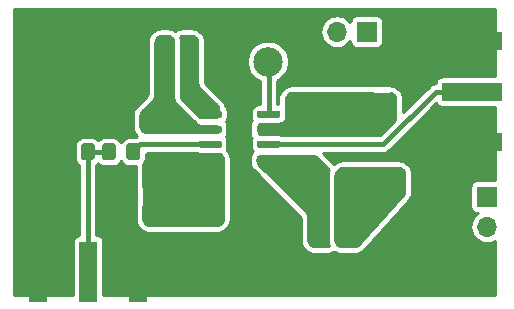
<source format=gbr>
G04 #@! TF.GenerationSoftware,KiCad,Pcbnew,(5.1.0)-1*
G04 #@! TF.CreationDate,2019-05-07T15:38:39-07:00*
G04 #@! TF.ProjectId,ADC Amplifier,41444320-416d-4706-9c69-666965722e6b,rev?*
G04 #@! TF.SameCoordinates,Original*
G04 #@! TF.FileFunction,Copper,L1,Top*
G04 #@! TF.FilePolarity,Positive*
%FSLAX46Y46*%
G04 Gerber Fmt 4.6, Leading zero omitted, Abs format (unit mm)*
G04 Created by KiCad (PCBNEW (5.1.0)-1) date 2019-05-07 15:38:39*
%MOMM*%
%LPD*%
G04 APERTURE LIST*
%ADD10R,2.290000X2.290000*%
%ADD11C,0.100000*%
%ADD12C,0.600000*%
%ADD13O,1.700000X1.700000*%
%ADD14R,1.700000X1.700000*%
%ADD15C,1.150000*%
%ADD16R,5.080000X1.500000*%
%ADD17R,1.500000X5.080000*%
%ADD18C,1.600000*%
%ADD19C,2.500000*%
%ADD20C,0.381000*%
%ADD21C,0.254000*%
G04 APERTURE END LIST*
D10*
X220345000Y-123190000D03*
D11*
G36*
X223659703Y-120985722D02*
G01*
X223674264Y-120987882D01*
X223688543Y-120991459D01*
X223702403Y-120996418D01*
X223715710Y-121002712D01*
X223728336Y-121010280D01*
X223740159Y-121019048D01*
X223751066Y-121028934D01*
X223760952Y-121039841D01*
X223769720Y-121051664D01*
X223777288Y-121064290D01*
X223783582Y-121077597D01*
X223788541Y-121091457D01*
X223792118Y-121105736D01*
X223794278Y-121120297D01*
X223795000Y-121135000D01*
X223795000Y-121435000D01*
X223794278Y-121449703D01*
X223792118Y-121464264D01*
X223788541Y-121478543D01*
X223783582Y-121492403D01*
X223777288Y-121505710D01*
X223769720Y-121518336D01*
X223760952Y-121530159D01*
X223751066Y-121541066D01*
X223740159Y-121550952D01*
X223728336Y-121559720D01*
X223715710Y-121567288D01*
X223702403Y-121573582D01*
X223688543Y-121578541D01*
X223674264Y-121582118D01*
X223659703Y-121584278D01*
X223645000Y-121585000D01*
X221995000Y-121585000D01*
X221980297Y-121584278D01*
X221965736Y-121582118D01*
X221951457Y-121578541D01*
X221937597Y-121573582D01*
X221924290Y-121567288D01*
X221911664Y-121559720D01*
X221899841Y-121550952D01*
X221888934Y-121541066D01*
X221879048Y-121530159D01*
X221870280Y-121518336D01*
X221862712Y-121505710D01*
X221856418Y-121492403D01*
X221851459Y-121478543D01*
X221847882Y-121464264D01*
X221845722Y-121449703D01*
X221845000Y-121435000D01*
X221845000Y-121135000D01*
X221845722Y-121120297D01*
X221847882Y-121105736D01*
X221851459Y-121091457D01*
X221856418Y-121077597D01*
X221862712Y-121064290D01*
X221870280Y-121051664D01*
X221879048Y-121039841D01*
X221888934Y-121028934D01*
X221899841Y-121019048D01*
X221911664Y-121010280D01*
X221924290Y-121002712D01*
X221937597Y-120996418D01*
X221951457Y-120991459D01*
X221965736Y-120987882D01*
X221980297Y-120985722D01*
X221995000Y-120985000D01*
X223645000Y-120985000D01*
X223659703Y-120985722D01*
X223659703Y-120985722D01*
G37*
D12*
X222820000Y-121285000D03*
D11*
G36*
X223659703Y-122255722D02*
G01*
X223674264Y-122257882D01*
X223688543Y-122261459D01*
X223702403Y-122266418D01*
X223715710Y-122272712D01*
X223728336Y-122280280D01*
X223740159Y-122289048D01*
X223751066Y-122298934D01*
X223760952Y-122309841D01*
X223769720Y-122321664D01*
X223777288Y-122334290D01*
X223783582Y-122347597D01*
X223788541Y-122361457D01*
X223792118Y-122375736D01*
X223794278Y-122390297D01*
X223795000Y-122405000D01*
X223795000Y-122705000D01*
X223794278Y-122719703D01*
X223792118Y-122734264D01*
X223788541Y-122748543D01*
X223783582Y-122762403D01*
X223777288Y-122775710D01*
X223769720Y-122788336D01*
X223760952Y-122800159D01*
X223751066Y-122811066D01*
X223740159Y-122820952D01*
X223728336Y-122829720D01*
X223715710Y-122837288D01*
X223702403Y-122843582D01*
X223688543Y-122848541D01*
X223674264Y-122852118D01*
X223659703Y-122854278D01*
X223645000Y-122855000D01*
X221995000Y-122855000D01*
X221980297Y-122854278D01*
X221965736Y-122852118D01*
X221951457Y-122848541D01*
X221937597Y-122843582D01*
X221924290Y-122837288D01*
X221911664Y-122829720D01*
X221899841Y-122820952D01*
X221888934Y-122811066D01*
X221879048Y-122800159D01*
X221870280Y-122788336D01*
X221862712Y-122775710D01*
X221856418Y-122762403D01*
X221851459Y-122748543D01*
X221847882Y-122734264D01*
X221845722Y-122719703D01*
X221845000Y-122705000D01*
X221845000Y-122405000D01*
X221845722Y-122390297D01*
X221847882Y-122375736D01*
X221851459Y-122361457D01*
X221856418Y-122347597D01*
X221862712Y-122334290D01*
X221870280Y-122321664D01*
X221879048Y-122309841D01*
X221888934Y-122298934D01*
X221899841Y-122289048D01*
X221911664Y-122280280D01*
X221924290Y-122272712D01*
X221937597Y-122266418D01*
X221951457Y-122261459D01*
X221965736Y-122257882D01*
X221980297Y-122255722D01*
X221995000Y-122255000D01*
X223645000Y-122255000D01*
X223659703Y-122255722D01*
X223659703Y-122255722D01*
G37*
D12*
X222820000Y-122555000D03*
D11*
G36*
X223659703Y-123525722D02*
G01*
X223674264Y-123527882D01*
X223688543Y-123531459D01*
X223702403Y-123536418D01*
X223715710Y-123542712D01*
X223728336Y-123550280D01*
X223740159Y-123559048D01*
X223751066Y-123568934D01*
X223760952Y-123579841D01*
X223769720Y-123591664D01*
X223777288Y-123604290D01*
X223783582Y-123617597D01*
X223788541Y-123631457D01*
X223792118Y-123645736D01*
X223794278Y-123660297D01*
X223795000Y-123675000D01*
X223795000Y-123975000D01*
X223794278Y-123989703D01*
X223792118Y-124004264D01*
X223788541Y-124018543D01*
X223783582Y-124032403D01*
X223777288Y-124045710D01*
X223769720Y-124058336D01*
X223760952Y-124070159D01*
X223751066Y-124081066D01*
X223740159Y-124090952D01*
X223728336Y-124099720D01*
X223715710Y-124107288D01*
X223702403Y-124113582D01*
X223688543Y-124118541D01*
X223674264Y-124122118D01*
X223659703Y-124124278D01*
X223645000Y-124125000D01*
X221995000Y-124125000D01*
X221980297Y-124124278D01*
X221965736Y-124122118D01*
X221951457Y-124118541D01*
X221937597Y-124113582D01*
X221924290Y-124107288D01*
X221911664Y-124099720D01*
X221899841Y-124090952D01*
X221888934Y-124081066D01*
X221879048Y-124070159D01*
X221870280Y-124058336D01*
X221862712Y-124045710D01*
X221856418Y-124032403D01*
X221851459Y-124018543D01*
X221847882Y-124004264D01*
X221845722Y-123989703D01*
X221845000Y-123975000D01*
X221845000Y-123675000D01*
X221845722Y-123660297D01*
X221847882Y-123645736D01*
X221851459Y-123631457D01*
X221856418Y-123617597D01*
X221862712Y-123604290D01*
X221870280Y-123591664D01*
X221879048Y-123579841D01*
X221888934Y-123568934D01*
X221899841Y-123559048D01*
X221911664Y-123550280D01*
X221924290Y-123542712D01*
X221937597Y-123536418D01*
X221951457Y-123531459D01*
X221965736Y-123527882D01*
X221980297Y-123525722D01*
X221995000Y-123525000D01*
X223645000Y-123525000D01*
X223659703Y-123525722D01*
X223659703Y-123525722D01*
G37*
D12*
X222820000Y-123825000D03*
D11*
G36*
X223659703Y-124795722D02*
G01*
X223674264Y-124797882D01*
X223688543Y-124801459D01*
X223702403Y-124806418D01*
X223715710Y-124812712D01*
X223728336Y-124820280D01*
X223740159Y-124829048D01*
X223751066Y-124838934D01*
X223760952Y-124849841D01*
X223769720Y-124861664D01*
X223777288Y-124874290D01*
X223783582Y-124887597D01*
X223788541Y-124901457D01*
X223792118Y-124915736D01*
X223794278Y-124930297D01*
X223795000Y-124945000D01*
X223795000Y-125245000D01*
X223794278Y-125259703D01*
X223792118Y-125274264D01*
X223788541Y-125288543D01*
X223783582Y-125302403D01*
X223777288Y-125315710D01*
X223769720Y-125328336D01*
X223760952Y-125340159D01*
X223751066Y-125351066D01*
X223740159Y-125360952D01*
X223728336Y-125369720D01*
X223715710Y-125377288D01*
X223702403Y-125383582D01*
X223688543Y-125388541D01*
X223674264Y-125392118D01*
X223659703Y-125394278D01*
X223645000Y-125395000D01*
X221995000Y-125395000D01*
X221980297Y-125394278D01*
X221965736Y-125392118D01*
X221951457Y-125388541D01*
X221937597Y-125383582D01*
X221924290Y-125377288D01*
X221911664Y-125369720D01*
X221899841Y-125360952D01*
X221888934Y-125351066D01*
X221879048Y-125340159D01*
X221870280Y-125328336D01*
X221862712Y-125315710D01*
X221856418Y-125302403D01*
X221851459Y-125288543D01*
X221847882Y-125274264D01*
X221845722Y-125259703D01*
X221845000Y-125245000D01*
X221845000Y-124945000D01*
X221845722Y-124930297D01*
X221847882Y-124915736D01*
X221851459Y-124901457D01*
X221856418Y-124887597D01*
X221862712Y-124874290D01*
X221870280Y-124861664D01*
X221879048Y-124849841D01*
X221888934Y-124838934D01*
X221899841Y-124829048D01*
X221911664Y-124820280D01*
X221924290Y-124812712D01*
X221937597Y-124806418D01*
X221951457Y-124801459D01*
X221965736Y-124797882D01*
X221980297Y-124795722D01*
X221995000Y-124795000D01*
X223645000Y-124795000D01*
X223659703Y-124795722D01*
X223659703Y-124795722D01*
G37*
D12*
X222820000Y-125095000D03*
D11*
G36*
X218709703Y-124795722D02*
G01*
X218724264Y-124797882D01*
X218738543Y-124801459D01*
X218752403Y-124806418D01*
X218765710Y-124812712D01*
X218778336Y-124820280D01*
X218790159Y-124829048D01*
X218801066Y-124838934D01*
X218810952Y-124849841D01*
X218819720Y-124861664D01*
X218827288Y-124874290D01*
X218833582Y-124887597D01*
X218838541Y-124901457D01*
X218842118Y-124915736D01*
X218844278Y-124930297D01*
X218845000Y-124945000D01*
X218845000Y-125245000D01*
X218844278Y-125259703D01*
X218842118Y-125274264D01*
X218838541Y-125288543D01*
X218833582Y-125302403D01*
X218827288Y-125315710D01*
X218819720Y-125328336D01*
X218810952Y-125340159D01*
X218801066Y-125351066D01*
X218790159Y-125360952D01*
X218778336Y-125369720D01*
X218765710Y-125377288D01*
X218752403Y-125383582D01*
X218738543Y-125388541D01*
X218724264Y-125392118D01*
X218709703Y-125394278D01*
X218695000Y-125395000D01*
X217045000Y-125395000D01*
X217030297Y-125394278D01*
X217015736Y-125392118D01*
X217001457Y-125388541D01*
X216987597Y-125383582D01*
X216974290Y-125377288D01*
X216961664Y-125369720D01*
X216949841Y-125360952D01*
X216938934Y-125351066D01*
X216929048Y-125340159D01*
X216920280Y-125328336D01*
X216912712Y-125315710D01*
X216906418Y-125302403D01*
X216901459Y-125288543D01*
X216897882Y-125274264D01*
X216895722Y-125259703D01*
X216895000Y-125245000D01*
X216895000Y-124945000D01*
X216895722Y-124930297D01*
X216897882Y-124915736D01*
X216901459Y-124901457D01*
X216906418Y-124887597D01*
X216912712Y-124874290D01*
X216920280Y-124861664D01*
X216929048Y-124849841D01*
X216938934Y-124838934D01*
X216949841Y-124829048D01*
X216961664Y-124820280D01*
X216974290Y-124812712D01*
X216987597Y-124806418D01*
X217001457Y-124801459D01*
X217015736Y-124797882D01*
X217030297Y-124795722D01*
X217045000Y-124795000D01*
X218695000Y-124795000D01*
X218709703Y-124795722D01*
X218709703Y-124795722D01*
G37*
D12*
X217870000Y-125095000D03*
D11*
G36*
X218709703Y-123525722D02*
G01*
X218724264Y-123527882D01*
X218738543Y-123531459D01*
X218752403Y-123536418D01*
X218765710Y-123542712D01*
X218778336Y-123550280D01*
X218790159Y-123559048D01*
X218801066Y-123568934D01*
X218810952Y-123579841D01*
X218819720Y-123591664D01*
X218827288Y-123604290D01*
X218833582Y-123617597D01*
X218838541Y-123631457D01*
X218842118Y-123645736D01*
X218844278Y-123660297D01*
X218845000Y-123675000D01*
X218845000Y-123975000D01*
X218844278Y-123989703D01*
X218842118Y-124004264D01*
X218838541Y-124018543D01*
X218833582Y-124032403D01*
X218827288Y-124045710D01*
X218819720Y-124058336D01*
X218810952Y-124070159D01*
X218801066Y-124081066D01*
X218790159Y-124090952D01*
X218778336Y-124099720D01*
X218765710Y-124107288D01*
X218752403Y-124113582D01*
X218738543Y-124118541D01*
X218724264Y-124122118D01*
X218709703Y-124124278D01*
X218695000Y-124125000D01*
X217045000Y-124125000D01*
X217030297Y-124124278D01*
X217015736Y-124122118D01*
X217001457Y-124118541D01*
X216987597Y-124113582D01*
X216974290Y-124107288D01*
X216961664Y-124099720D01*
X216949841Y-124090952D01*
X216938934Y-124081066D01*
X216929048Y-124070159D01*
X216920280Y-124058336D01*
X216912712Y-124045710D01*
X216906418Y-124032403D01*
X216901459Y-124018543D01*
X216897882Y-124004264D01*
X216895722Y-123989703D01*
X216895000Y-123975000D01*
X216895000Y-123675000D01*
X216895722Y-123660297D01*
X216897882Y-123645736D01*
X216901459Y-123631457D01*
X216906418Y-123617597D01*
X216912712Y-123604290D01*
X216920280Y-123591664D01*
X216929048Y-123579841D01*
X216938934Y-123568934D01*
X216949841Y-123559048D01*
X216961664Y-123550280D01*
X216974290Y-123542712D01*
X216987597Y-123536418D01*
X217001457Y-123531459D01*
X217015736Y-123527882D01*
X217030297Y-123525722D01*
X217045000Y-123525000D01*
X218695000Y-123525000D01*
X218709703Y-123525722D01*
X218709703Y-123525722D01*
G37*
D12*
X217870000Y-123825000D03*
D11*
G36*
X218709703Y-122255722D02*
G01*
X218724264Y-122257882D01*
X218738543Y-122261459D01*
X218752403Y-122266418D01*
X218765710Y-122272712D01*
X218778336Y-122280280D01*
X218790159Y-122289048D01*
X218801066Y-122298934D01*
X218810952Y-122309841D01*
X218819720Y-122321664D01*
X218827288Y-122334290D01*
X218833582Y-122347597D01*
X218838541Y-122361457D01*
X218842118Y-122375736D01*
X218844278Y-122390297D01*
X218845000Y-122405000D01*
X218845000Y-122705000D01*
X218844278Y-122719703D01*
X218842118Y-122734264D01*
X218838541Y-122748543D01*
X218833582Y-122762403D01*
X218827288Y-122775710D01*
X218819720Y-122788336D01*
X218810952Y-122800159D01*
X218801066Y-122811066D01*
X218790159Y-122820952D01*
X218778336Y-122829720D01*
X218765710Y-122837288D01*
X218752403Y-122843582D01*
X218738543Y-122848541D01*
X218724264Y-122852118D01*
X218709703Y-122854278D01*
X218695000Y-122855000D01*
X217045000Y-122855000D01*
X217030297Y-122854278D01*
X217015736Y-122852118D01*
X217001457Y-122848541D01*
X216987597Y-122843582D01*
X216974290Y-122837288D01*
X216961664Y-122829720D01*
X216949841Y-122820952D01*
X216938934Y-122811066D01*
X216929048Y-122800159D01*
X216920280Y-122788336D01*
X216912712Y-122775710D01*
X216906418Y-122762403D01*
X216901459Y-122748543D01*
X216897882Y-122734264D01*
X216895722Y-122719703D01*
X216895000Y-122705000D01*
X216895000Y-122405000D01*
X216895722Y-122390297D01*
X216897882Y-122375736D01*
X216901459Y-122361457D01*
X216906418Y-122347597D01*
X216912712Y-122334290D01*
X216920280Y-122321664D01*
X216929048Y-122309841D01*
X216938934Y-122298934D01*
X216949841Y-122289048D01*
X216961664Y-122280280D01*
X216974290Y-122272712D01*
X216987597Y-122266418D01*
X217001457Y-122261459D01*
X217015736Y-122257882D01*
X217030297Y-122255722D01*
X217045000Y-122255000D01*
X218695000Y-122255000D01*
X218709703Y-122255722D01*
X218709703Y-122255722D01*
G37*
D12*
X217870000Y-122555000D03*
D11*
G36*
X218709703Y-120985722D02*
G01*
X218724264Y-120987882D01*
X218738543Y-120991459D01*
X218752403Y-120996418D01*
X218765710Y-121002712D01*
X218778336Y-121010280D01*
X218790159Y-121019048D01*
X218801066Y-121028934D01*
X218810952Y-121039841D01*
X218819720Y-121051664D01*
X218827288Y-121064290D01*
X218833582Y-121077597D01*
X218838541Y-121091457D01*
X218842118Y-121105736D01*
X218844278Y-121120297D01*
X218845000Y-121135000D01*
X218845000Y-121435000D01*
X218844278Y-121449703D01*
X218842118Y-121464264D01*
X218838541Y-121478543D01*
X218833582Y-121492403D01*
X218827288Y-121505710D01*
X218819720Y-121518336D01*
X218810952Y-121530159D01*
X218801066Y-121541066D01*
X218790159Y-121550952D01*
X218778336Y-121559720D01*
X218765710Y-121567288D01*
X218752403Y-121573582D01*
X218738543Y-121578541D01*
X218724264Y-121582118D01*
X218709703Y-121584278D01*
X218695000Y-121585000D01*
X217045000Y-121585000D01*
X217030297Y-121584278D01*
X217015736Y-121582118D01*
X217001457Y-121578541D01*
X216987597Y-121573582D01*
X216974290Y-121567288D01*
X216961664Y-121559720D01*
X216949841Y-121550952D01*
X216938934Y-121541066D01*
X216929048Y-121530159D01*
X216920280Y-121518336D01*
X216912712Y-121505710D01*
X216906418Y-121492403D01*
X216901459Y-121478543D01*
X216897882Y-121464264D01*
X216895722Y-121449703D01*
X216895000Y-121435000D01*
X216895000Y-121135000D01*
X216895722Y-121120297D01*
X216897882Y-121105736D01*
X216901459Y-121091457D01*
X216906418Y-121077597D01*
X216912712Y-121064290D01*
X216920280Y-121051664D01*
X216929048Y-121039841D01*
X216938934Y-121028934D01*
X216949841Y-121019048D01*
X216961664Y-121010280D01*
X216974290Y-121002712D01*
X216987597Y-120996418D01*
X217001457Y-120991459D01*
X217015736Y-120987882D01*
X217030297Y-120985722D01*
X217045000Y-120985000D01*
X218695000Y-120985000D01*
X218709703Y-120985722D01*
X218709703Y-120985722D01*
G37*
D12*
X217870000Y-121285000D03*
D13*
X241300000Y-133350000D03*
X241300000Y-130810000D03*
D14*
X241300000Y-128270000D03*
D11*
G36*
X227543505Y-130746204D02*
G01*
X227567773Y-130749804D01*
X227591572Y-130755765D01*
X227614671Y-130764030D01*
X227636850Y-130774520D01*
X227657893Y-130787132D01*
X227677599Y-130801747D01*
X227695777Y-130818223D01*
X227712253Y-130836401D01*
X227726868Y-130856107D01*
X227739480Y-130877150D01*
X227749970Y-130899329D01*
X227758235Y-130922428D01*
X227764196Y-130946227D01*
X227767796Y-130970495D01*
X227769000Y-130994999D01*
X227769000Y-131895001D01*
X227767796Y-131919505D01*
X227764196Y-131943773D01*
X227758235Y-131967572D01*
X227749970Y-131990671D01*
X227739480Y-132012850D01*
X227726868Y-132033893D01*
X227712253Y-132053599D01*
X227695777Y-132071777D01*
X227677599Y-132088253D01*
X227657893Y-132102868D01*
X227636850Y-132115480D01*
X227614671Y-132125970D01*
X227591572Y-132134235D01*
X227567773Y-132140196D01*
X227543505Y-132143796D01*
X227519001Y-132145000D01*
X226868999Y-132145000D01*
X226844495Y-132143796D01*
X226820227Y-132140196D01*
X226796428Y-132134235D01*
X226773329Y-132125970D01*
X226751150Y-132115480D01*
X226730107Y-132102868D01*
X226710401Y-132088253D01*
X226692223Y-132071777D01*
X226675747Y-132053599D01*
X226661132Y-132033893D01*
X226648520Y-132012850D01*
X226638030Y-131990671D01*
X226629765Y-131967572D01*
X226623804Y-131943773D01*
X226620204Y-131919505D01*
X226619000Y-131895001D01*
X226619000Y-130994999D01*
X226620204Y-130970495D01*
X226623804Y-130946227D01*
X226629765Y-130922428D01*
X226638030Y-130899329D01*
X226648520Y-130877150D01*
X226661132Y-130856107D01*
X226675747Y-130836401D01*
X226692223Y-130818223D01*
X226710401Y-130801747D01*
X226730107Y-130787132D01*
X226751150Y-130774520D01*
X226773329Y-130764030D01*
X226796428Y-130755765D01*
X226820227Y-130749804D01*
X226844495Y-130746204D01*
X226868999Y-130745000D01*
X227519001Y-130745000D01*
X227543505Y-130746204D01*
X227543505Y-130746204D01*
G37*
D15*
X227194000Y-131445000D03*
D11*
G36*
X229593505Y-130746204D02*
G01*
X229617773Y-130749804D01*
X229641572Y-130755765D01*
X229664671Y-130764030D01*
X229686850Y-130774520D01*
X229707893Y-130787132D01*
X229727599Y-130801747D01*
X229745777Y-130818223D01*
X229762253Y-130836401D01*
X229776868Y-130856107D01*
X229789480Y-130877150D01*
X229799970Y-130899329D01*
X229808235Y-130922428D01*
X229814196Y-130946227D01*
X229817796Y-130970495D01*
X229819000Y-130994999D01*
X229819000Y-131895001D01*
X229817796Y-131919505D01*
X229814196Y-131943773D01*
X229808235Y-131967572D01*
X229799970Y-131990671D01*
X229789480Y-132012850D01*
X229776868Y-132033893D01*
X229762253Y-132053599D01*
X229745777Y-132071777D01*
X229727599Y-132088253D01*
X229707893Y-132102868D01*
X229686850Y-132115480D01*
X229664671Y-132125970D01*
X229641572Y-132134235D01*
X229617773Y-132140196D01*
X229593505Y-132143796D01*
X229569001Y-132145000D01*
X228918999Y-132145000D01*
X228894495Y-132143796D01*
X228870227Y-132140196D01*
X228846428Y-132134235D01*
X228823329Y-132125970D01*
X228801150Y-132115480D01*
X228780107Y-132102868D01*
X228760401Y-132088253D01*
X228742223Y-132071777D01*
X228725747Y-132053599D01*
X228711132Y-132033893D01*
X228698520Y-132012850D01*
X228688030Y-131990671D01*
X228679765Y-131967572D01*
X228673804Y-131943773D01*
X228670204Y-131919505D01*
X228669000Y-131895001D01*
X228669000Y-130994999D01*
X228670204Y-130970495D01*
X228673804Y-130946227D01*
X228679765Y-130922428D01*
X228688030Y-130899329D01*
X228698520Y-130877150D01*
X228711132Y-130856107D01*
X228725747Y-130836401D01*
X228742223Y-130818223D01*
X228760401Y-130801747D01*
X228780107Y-130787132D01*
X228801150Y-130774520D01*
X228823329Y-130764030D01*
X228846428Y-130755765D01*
X228870227Y-130749804D01*
X228894495Y-130746204D01*
X228918999Y-130745000D01*
X229569001Y-130745000D01*
X229593505Y-130746204D01*
X229593505Y-130746204D01*
G37*
D15*
X229244000Y-131445000D03*
D11*
G36*
X214217505Y-117801204D02*
G01*
X214241773Y-117804804D01*
X214265572Y-117810765D01*
X214288671Y-117819030D01*
X214310850Y-117829520D01*
X214331893Y-117842132D01*
X214351599Y-117856747D01*
X214369777Y-117873223D01*
X214386253Y-117891401D01*
X214400868Y-117911107D01*
X214413480Y-117932150D01*
X214423970Y-117954329D01*
X214432235Y-117977428D01*
X214438196Y-118001227D01*
X214441796Y-118025495D01*
X214443000Y-118049999D01*
X214443000Y-118950001D01*
X214441796Y-118974505D01*
X214438196Y-118998773D01*
X214432235Y-119022572D01*
X214423970Y-119045671D01*
X214413480Y-119067850D01*
X214400868Y-119088893D01*
X214386253Y-119108599D01*
X214369777Y-119126777D01*
X214351599Y-119143253D01*
X214331893Y-119157868D01*
X214310850Y-119170480D01*
X214288671Y-119180970D01*
X214265572Y-119189235D01*
X214241773Y-119195196D01*
X214217505Y-119198796D01*
X214193001Y-119200000D01*
X213542999Y-119200000D01*
X213518495Y-119198796D01*
X213494227Y-119195196D01*
X213470428Y-119189235D01*
X213447329Y-119180970D01*
X213425150Y-119170480D01*
X213404107Y-119157868D01*
X213384401Y-119143253D01*
X213366223Y-119126777D01*
X213349747Y-119108599D01*
X213335132Y-119088893D01*
X213322520Y-119067850D01*
X213312030Y-119045671D01*
X213303765Y-119022572D01*
X213297804Y-118998773D01*
X213294204Y-118974505D01*
X213293000Y-118950001D01*
X213293000Y-118049999D01*
X213294204Y-118025495D01*
X213297804Y-118001227D01*
X213303765Y-117977428D01*
X213312030Y-117954329D01*
X213322520Y-117932150D01*
X213335132Y-117911107D01*
X213349747Y-117891401D01*
X213366223Y-117873223D01*
X213384401Y-117856747D01*
X213404107Y-117842132D01*
X213425150Y-117829520D01*
X213447329Y-117819030D01*
X213470428Y-117810765D01*
X213494227Y-117804804D01*
X213518495Y-117801204D01*
X213542999Y-117800000D01*
X214193001Y-117800000D01*
X214217505Y-117801204D01*
X214217505Y-117801204D01*
G37*
D15*
X213868000Y-118500000D03*
D11*
G36*
X216267505Y-117801204D02*
G01*
X216291773Y-117804804D01*
X216315572Y-117810765D01*
X216338671Y-117819030D01*
X216360850Y-117829520D01*
X216381893Y-117842132D01*
X216401599Y-117856747D01*
X216419777Y-117873223D01*
X216436253Y-117891401D01*
X216450868Y-117911107D01*
X216463480Y-117932150D01*
X216473970Y-117954329D01*
X216482235Y-117977428D01*
X216488196Y-118001227D01*
X216491796Y-118025495D01*
X216493000Y-118049999D01*
X216493000Y-118950001D01*
X216491796Y-118974505D01*
X216488196Y-118998773D01*
X216482235Y-119022572D01*
X216473970Y-119045671D01*
X216463480Y-119067850D01*
X216450868Y-119088893D01*
X216436253Y-119108599D01*
X216419777Y-119126777D01*
X216401599Y-119143253D01*
X216381893Y-119157868D01*
X216360850Y-119170480D01*
X216338671Y-119180970D01*
X216315572Y-119189235D01*
X216291773Y-119195196D01*
X216267505Y-119198796D01*
X216243001Y-119200000D01*
X215592999Y-119200000D01*
X215568495Y-119198796D01*
X215544227Y-119195196D01*
X215520428Y-119189235D01*
X215497329Y-119180970D01*
X215475150Y-119170480D01*
X215454107Y-119157868D01*
X215434401Y-119143253D01*
X215416223Y-119126777D01*
X215399747Y-119108599D01*
X215385132Y-119088893D01*
X215372520Y-119067850D01*
X215362030Y-119045671D01*
X215353765Y-119022572D01*
X215347804Y-118998773D01*
X215344204Y-118974505D01*
X215343000Y-118950001D01*
X215343000Y-118049999D01*
X215344204Y-118025495D01*
X215347804Y-118001227D01*
X215353765Y-117977428D01*
X215362030Y-117954329D01*
X215372520Y-117932150D01*
X215385132Y-117911107D01*
X215399747Y-117891401D01*
X215416223Y-117873223D01*
X215434401Y-117856747D01*
X215454107Y-117842132D01*
X215475150Y-117829520D01*
X215497329Y-117819030D01*
X215520428Y-117810765D01*
X215544227Y-117804804D01*
X215568495Y-117801204D01*
X215592999Y-117800000D01*
X216243001Y-117800000D01*
X216267505Y-117801204D01*
X216267505Y-117801204D01*
G37*
D15*
X215918000Y-118500000D03*
D11*
G36*
X209645505Y-123761204D02*
G01*
X209669773Y-123764804D01*
X209693572Y-123770765D01*
X209716671Y-123779030D01*
X209738850Y-123789520D01*
X209759893Y-123802132D01*
X209779599Y-123816747D01*
X209797777Y-123833223D01*
X209814253Y-123851401D01*
X209828868Y-123871107D01*
X209841480Y-123892150D01*
X209851970Y-123914329D01*
X209860235Y-123937428D01*
X209866196Y-123961227D01*
X209869796Y-123985495D01*
X209871000Y-124009999D01*
X209871000Y-124910001D01*
X209869796Y-124934505D01*
X209866196Y-124958773D01*
X209860235Y-124982572D01*
X209851970Y-125005671D01*
X209841480Y-125027850D01*
X209828868Y-125048893D01*
X209814253Y-125068599D01*
X209797777Y-125086777D01*
X209779599Y-125103253D01*
X209759893Y-125117868D01*
X209738850Y-125130480D01*
X209716671Y-125140970D01*
X209693572Y-125149235D01*
X209669773Y-125155196D01*
X209645505Y-125158796D01*
X209621001Y-125160000D01*
X208970999Y-125160000D01*
X208946495Y-125158796D01*
X208922227Y-125155196D01*
X208898428Y-125149235D01*
X208875329Y-125140970D01*
X208853150Y-125130480D01*
X208832107Y-125117868D01*
X208812401Y-125103253D01*
X208794223Y-125086777D01*
X208777747Y-125068599D01*
X208763132Y-125048893D01*
X208750520Y-125027850D01*
X208740030Y-125005671D01*
X208731765Y-124982572D01*
X208725804Y-124958773D01*
X208722204Y-124934505D01*
X208721000Y-124910001D01*
X208721000Y-124009999D01*
X208722204Y-123985495D01*
X208725804Y-123961227D01*
X208731765Y-123937428D01*
X208740030Y-123914329D01*
X208750520Y-123892150D01*
X208763132Y-123871107D01*
X208777747Y-123851401D01*
X208794223Y-123833223D01*
X208812401Y-123816747D01*
X208832107Y-123802132D01*
X208853150Y-123789520D01*
X208875329Y-123779030D01*
X208898428Y-123770765D01*
X208922227Y-123764804D01*
X208946495Y-123761204D01*
X208970999Y-123760000D01*
X209621001Y-123760000D01*
X209645505Y-123761204D01*
X209645505Y-123761204D01*
G37*
D15*
X209296000Y-124460000D03*
D11*
G36*
X211695505Y-123761204D02*
G01*
X211719773Y-123764804D01*
X211743572Y-123770765D01*
X211766671Y-123779030D01*
X211788850Y-123789520D01*
X211809893Y-123802132D01*
X211829599Y-123816747D01*
X211847777Y-123833223D01*
X211864253Y-123851401D01*
X211878868Y-123871107D01*
X211891480Y-123892150D01*
X211901970Y-123914329D01*
X211910235Y-123937428D01*
X211916196Y-123961227D01*
X211919796Y-123985495D01*
X211921000Y-124009999D01*
X211921000Y-124910001D01*
X211919796Y-124934505D01*
X211916196Y-124958773D01*
X211910235Y-124982572D01*
X211901970Y-125005671D01*
X211891480Y-125027850D01*
X211878868Y-125048893D01*
X211864253Y-125068599D01*
X211847777Y-125086777D01*
X211829599Y-125103253D01*
X211809893Y-125117868D01*
X211788850Y-125130480D01*
X211766671Y-125140970D01*
X211743572Y-125149235D01*
X211719773Y-125155196D01*
X211695505Y-125158796D01*
X211671001Y-125160000D01*
X211020999Y-125160000D01*
X210996495Y-125158796D01*
X210972227Y-125155196D01*
X210948428Y-125149235D01*
X210925329Y-125140970D01*
X210903150Y-125130480D01*
X210882107Y-125117868D01*
X210862401Y-125103253D01*
X210844223Y-125086777D01*
X210827747Y-125068599D01*
X210813132Y-125048893D01*
X210800520Y-125027850D01*
X210790030Y-125005671D01*
X210781765Y-124982572D01*
X210775804Y-124958773D01*
X210772204Y-124934505D01*
X210771000Y-124910001D01*
X210771000Y-124009999D01*
X210772204Y-123985495D01*
X210775804Y-123961227D01*
X210781765Y-123937428D01*
X210790030Y-123914329D01*
X210800520Y-123892150D01*
X210813132Y-123871107D01*
X210827747Y-123851401D01*
X210844223Y-123833223D01*
X210862401Y-123816747D01*
X210882107Y-123802132D01*
X210903150Y-123789520D01*
X210925329Y-123779030D01*
X210948428Y-123770765D01*
X210972227Y-123764804D01*
X210996495Y-123761204D01*
X211020999Y-123760000D01*
X211671001Y-123760000D01*
X211695505Y-123761204D01*
X211695505Y-123761204D01*
G37*
D15*
X211346000Y-124460000D03*
D11*
G36*
X212829505Y-121221204D02*
G01*
X212853773Y-121224804D01*
X212877572Y-121230765D01*
X212900671Y-121239030D01*
X212922850Y-121249520D01*
X212943893Y-121262132D01*
X212963599Y-121276747D01*
X212981777Y-121293223D01*
X212998253Y-121311401D01*
X213012868Y-121331107D01*
X213025480Y-121352150D01*
X213035970Y-121374329D01*
X213044235Y-121397428D01*
X213050196Y-121421227D01*
X213053796Y-121445495D01*
X213055000Y-121469999D01*
X213055000Y-122370001D01*
X213053796Y-122394505D01*
X213050196Y-122418773D01*
X213044235Y-122442572D01*
X213035970Y-122465671D01*
X213025480Y-122487850D01*
X213012868Y-122508893D01*
X212998253Y-122528599D01*
X212981777Y-122546777D01*
X212963599Y-122563253D01*
X212943893Y-122577868D01*
X212922850Y-122590480D01*
X212900671Y-122600970D01*
X212877572Y-122609235D01*
X212853773Y-122615196D01*
X212829505Y-122618796D01*
X212805001Y-122620000D01*
X212154999Y-122620000D01*
X212130495Y-122618796D01*
X212106227Y-122615196D01*
X212082428Y-122609235D01*
X212059329Y-122600970D01*
X212037150Y-122590480D01*
X212016107Y-122577868D01*
X211996401Y-122563253D01*
X211978223Y-122546777D01*
X211961747Y-122528599D01*
X211947132Y-122508893D01*
X211934520Y-122487850D01*
X211924030Y-122465671D01*
X211915765Y-122442572D01*
X211909804Y-122418773D01*
X211906204Y-122394505D01*
X211905000Y-122370001D01*
X211905000Y-121469999D01*
X211906204Y-121445495D01*
X211909804Y-121421227D01*
X211915765Y-121397428D01*
X211924030Y-121374329D01*
X211934520Y-121352150D01*
X211947132Y-121331107D01*
X211961747Y-121311401D01*
X211978223Y-121293223D01*
X211996401Y-121276747D01*
X212016107Y-121262132D01*
X212037150Y-121249520D01*
X212059329Y-121239030D01*
X212082428Y-121230765D01*
X212106227Y-121224804D01*
X212130495Y-121221204D01*
X212154999Y-121220000D01*
X212805001Y-121220000D01*
X212829505Y-121221204D01*
X212829505Y-121221204D01*
G37*
D15*
X212480000Y-121920000D03*
D11*
G36*
X210779505Y-121221204D02*
G01*
X210803773Y-121224804D01*
X210827572Y-121230765D01*
X210850671Y-121239030D01*
X210872850Y-121249520D01*
X210893893Y-121262132D01*
X210913599Y-121276747D01*
X210931777Y-121293223D01*
X210948253Y-121311401D01*
X210962868Y-121331107D01*
X210975480Y-121352150D01*
X210985970Y-121374329D01*
X210994235Y-121397428D01*
X211000196Y-121421227D01*
X211003796Y-121445495D01*
X211005000Y-121469999D01*
X211005000Y-122370001D01*
X211003796Y-122394505D01*
X211000196Y-122418773D01*
X210994235Y-122442572D01*
X210985970Y-122465671D01*
X210975480Y-122487850D01*
X210962868Y-122508893D01*
X210948253Y-122528599D01*
X210931777Y-122546777D01*
X210913599Y-122563253D01*
X210893893Y-122577868D01*
X210872850Y-122590480D01*
X210850671Y-122600970D01*
X210827572Y-122609235D01*
X210803773Y-122615196D01*
X210779505Y-122618796D01*
X210755001Y-122620000D01*
X210104999Y-122620000D01*
X210080495Y-122618796D01*
X210056227Y-122615196D01*
X210032428Y-122609235D01*
X210009329Y-122600970D01*
X209987150Y-122590480D01*
X209966107Y-122577868D01*
X209946401Y-122563253D01*
X209928223Y-122546777D01*
X209911747Y-122528599D01*
X209897132Y-122508893D01*
X209884520Y-122487850D01*
X209874030Y-122465671D01*
X209865765Y-122442572D01*
X209859804Y-122418773D01*
X209856204Y-122394505D01*
X209855000Y-122370001D01*
X209855000Y-121469999D01*
X209856204Y-121445495D01*
X209859804Y-121421227D01*
X209865765Y-121397428D01*
X209874030Y-121374329D01*
X209884520Y-121352150D01*
X209897132Y-121331107D01*
X209911747Y-121311401D01*
X209928223Y-121293223D01*
X209946401Y-121276747D01*
X209966107Y-121262132D01*
X209987150Y-121249520D01*
X210009329Y-121239030D01*
X210032428Y-121230765D01*
X210056227Y-121224804D01*
X210080495Y-121221204D01*
X210104999Y-121220000D01*
X210755001Y-121220000D01*
X210779505Y-121221204D01*
X210779505Y-121221204D01*
G37*
D15*
X210430000Y-121920000D03*
D11*
G36*
X205817505Y-123761204D02*
G01*
X205841773Y-123764804D01*
X205865572Y-123770765D01*
X205888671Y-123779030D01*
X205910850Y-123789520D01*
X205931893Y-123802132D01*
X205951599Y-123816747D01*
X205969777Y-123833223D01*
X205986253Y-123851401D01*
X206000868Y-123871107D01*
X206013480Y-123892150D01*
X206023970Y-123914329D01*
X206032235Y-123937428D01*
X206038196Y-123961227D01*
X206041796Y-123985495D01*
X206043000Y-124009999D01*
X206043000Y-124910001D01*
X206041796Y-124934505D01*
X206038196Y-124958773D01*
X206032235Y-124982572D01*
X206023970Y-125005671D01*
X206013480Y-125027850D01*
X206000868Y-125048893D01*
X205986253Y-125068599D01*
X205969777Y-125086777D01*
X205951599Y-125103253D01*
X205931893Y-125117868D01*
X205910850Y-125130480D01*
X205888671Y-125140970D01*
X205865572Y-125149235D01*
X205841773Y-125155196D01*
X205817505Y-125158796D01*
X205793001Y-125160000D01*
X205142999Y-125160000D01*
X205118495Y-125158796D01*
X205094227Y-125155196D01*
X205070428Y-125149235D01*
X205047329Y-125140970D01*
X205025150Y-125130480D01*
X205004107Y-125117868D01*
X204984401Y-125103253D01*
X204966223Y-125086777D01*
X204949747Y-125068599D01*
X204935132Y-125048893D01*
X204922520Y-125027850D01*
X204912030Y-125005671D01*
X204903765Y-124982572D01*
X204897804Y-124958773D01*
X204894204Y-124934505D01*
X204893000Y-124910001D01*
X204893000Y-124009999D01*
X204894204Y-123985495D01*
X204897804Y-123961227D01*
X204903765Y-123937428D01*
X204912030Y-123914329D01*
X204922520Y-123892150D01*
X204935132Y-123871107D01*
X204949747Y-123851401D01*
X204966223Y-123833223D01*
X204984401Y-123816747D01*
X205004107Y-123802132D01*
X205025150Y-123789520D01*
X205047329Y-123779030D01*
X205070428Y-123770765D01*
X205094227Y-123764804D01*
X205118495Y-123761204D01*
X205142999Y-123760000D01*
X205793001Y-123760000D01*
X205817505Y-123761204D01*
X205817505Y-123761204D01*
G37*
D15*
X205468000Y-124460000D03*
D11*
G36*
X207867505Y-123761204D02*
G01*
X207891773Y-123764804D01*
X207915572Y-123770765D01*
X207938671Y-123779030D01*
X207960850Y-123789520D01*
X207981893Y-123802132D01*
X208001599Y-123816747D01*
X208019777Y-123833223D01*
X208036253Y-123851401D01*
X208050868Y-123871107D01*
X208063480Y-123892150D01*
X208073970Y-123914329D01*
X208082235Y-123937428D01*
X208088196Y-123961227D01*
X208091796Y-123985495D01*
X208093000Y-124009999D01*
X208093000Y-124910001D01*
X208091796Y-124934505D01*
X208088196Y-124958773D01*
X208082235Y-124982572D01*
X208073970Y-125005671D01*
X208063480Y-125027850D01*
X208050868Y-125048893D01*
X208036253Y-125068599D01*
X208019777Y-125086777D01*
X208001599Y-125103253D01*
X207981893Y-125117868D01*
X207960850Y-125130480D01*
X207938671Y-125140970D01*
X207915572Y-125149235D01*
X207891773Y-125155196D01*
X207867505Y-125158796D01*
X207843001Y-125160000D01*
X207192999Y-125160000D01*
X207168495Y-125158796D01*
X207144227Y-125155196D01*
X207120428Y-125149235D01*
X207097329Y-125140970D01*
X207075150Y-125130480D01*
X207054107Y-125117868D01*
X207034401Y-125103253D01*
X207016223Y-125086777D01*
X206999747Y-125068599D01*
X206985132Y-125048893D01*
X206972520Y-125027850D01*
X206962030Y-125005671D01*
X206953765Y-124982572D01*
X206947804Y-124958773D01*
X206944204Y-124934505D01*
X206943000Y-124910001D01*
X206943000Y-124009999D01*
X206944204Y-123985495D01*
X206947804Y-123961227D01*
X206953765Y-123937428D01*
X206962030Y-123914329D01*
X206972520Y-123892150D01*
X206985132Y-123871107D01*
X206999747Y-123851401D01*
X207016223Y-123833223D01*
X207034401Y-123816747D01*
X207054107Y-123802132D01*
X207075150Y-123789520D01*
X207097329Y-123779030D01*
X207120428Y-123770765D01*
X207144227Y-123764804D01*
X207168495Y-123761204D01*
X207192999Y-123760000D01*
X207843001Y-123760000D01*
X207867505Y-123761204D01*
X207867505Y-123761204D01*
G37*
D15*
X207518000Y-124460000D03*
D16*
X240030000Y-119380000D03*
X240030000Y-115130000D03*
X240030000Y-123630000D03*
D17*
X207550000Y-134620000D03*
X211800000Y-134620000D03*
X203300000Y-134620000D03*
D13*
X226060000Y-114300000D03*
X228600000Y-114300000D03*
D14*
X231140000Y-114300000D03*
D11*
G36*
X235934505Y-126301204D02*
G01*
X235958773Y-126304804D01*
X235982572Y-126310765D01*
X236005671Y-126319030D01*
X236027850Y-126329520D01*
X236048893Y-126342132D01*
X236068599Y-126356747D01*
X236086777Y-126373223D01*
X236103253Y-126391401D01*
X236117868Y-126411107D01*
X236130480Y-126432150D01*
X236140970Y-126454329D01*
X236149235Y-126477428D01*
X236155196Y-126501227D01*
X236158796Y-126525495D01*
X236160000Y-126549999D01*
X236160000Y-127450001D01*
X236158796Y-127474505D01*
X236155196Y-127498773D01*
X236149235Y-127522572D01*
X236140970Y-127545671D01*
X236130480Y-127567850D01*
X236117868Y-127588893D01*
X236103253Y-127608599D01*
X236086777Y-127626777D01*
X236068599Y-127643253D01*
X236048893Y-127657868D01*
X236027850Y-127670480D01*
X236005671Y-127680970D01*
X235982572Y-127689235D01*
X235958773Y-127695196D01*
X235934505Y-127698796D01*
X235910001Y-127700000D01*
X235259999Y-127700000D01*
X235235495Y-127698796D01*
X235211227Y-127695196D01*
X235187428Y-127689235D01*
X235164329Y-127680970D01*
X235142150Y-127670480D01*
X235121107Y-127657868D01*
X235101401Y-127643253D01*
X235083223Y-127626777D01*
X235066747Y-127608599D01*
X235052132Y-127588893D01*
X235039520Y-127567850D01*
X235029030Y-127545671D01*
X235020765Y-127522572D01*
X235014804Y-127498773D01*
X235011204Y-127474505D01*
X235010000Y-127450001D01*
X235010000Y-126549999D01*
X235011204Y-126525495D01*
X235014804Y-126501227D01*
X235020765Y-126477428D01*
X235029030Y-126454329D01*
X235039520Y-126432150D01*
X235052132Y-126411107D01*
X235066747Y-126391401D01*
X235083223Y-126373223D01*
X235101401Y-126356747D01*
X235121107Y-126342132D01*
X235142150Y-126329520D01*
X235164329Y-126319030D01*
X235187428Y-126310765D01*
X235211227Y-126304804D01*
X235235495Y-126301204D01*
X235259999Y-126300000D01*
X235910001Y-126300000D01*
X235934505Y-126301204D01*
X235934505Y-126301204D01*
G37*
D15*
X235585000Y-127000000D03*
D11*
G36*
X233884505Y-126301204D02*
G01*
X233908773Y-126304804D01*
X233932572Y-126310765D01*
X233955671Y-126319030D01*
X233977850Y-126329520D01*
X233998893Y-126342132D01*
X234018599Y-126356747D01*
X234036777Y-126373223D01*
X234053253Y-126391401D01*
X234067868Y-126411107D01*
X234080480Y-126432150D01*
X234090970Y-126454329D01*
X234099235Y-126477428D01*
X234105196Y-126501227D01*
X234108796Y-126525495D01*
X234110000Y-126549999D01*
X234110000Y-127450001D01*
X234108796Y-127474505D01*
X234105196Y-127498773D01*
X234099235Y-127522572D01*
X234090970Y-127545671D01*
X234080480Y-127567850D01*
X234067868Y-127588893D01*
X234053253Y-127608599D01*
X234036777Y-127626777D01*
X234018599Y-127643253D01*
X233998893Y-127657868D01*
X233977850Y-127670480D01*
X233955671Y-127680970D01*
X233932572Y-127689235D01*
X233908773Y-127695196D01*
X233884505Y-127698796D01*
X233860001Y-127700000D01*
X233209999Y-127700000D01*
X233185495Y-127698796D01*
X233161227Y-127695196D01*
X233137428Y-127689235D01*
X233114329Y-127680970D01*
X233092150Y-127670480D01*
X233071107Y-127657868D01*
X233051401Y-127643253D01*
X233033223Y-127626777D01*
X233016747Y-127608599D01*
X233002132Y-127588893D01*
X232989520Y-127567850D01*
X232979030Y-127545671D01*
X232970765Y-127522572D01*
X232964804Y-127498773D01*
X232961204Y-127474505D01*
X232960000Y-127450001D01*
X232960000Y-126549999D01*
X232961204Y-126525495D01*
X232964804Y-126501227D01*
X232970765Y-126477428D01*
X232979030Y-126454329D01*
X232989520Y-126432150D01*
X233002132Y-126411107D01*
X233016747Y-126391401D01*
X233033223Y-126373223D01*
X233051401Y-126356747D01*
X233071107Y-126342132D01*
X233092150Y-126329520D01*
X233114329Y-126319030D01*
X233137428Y-126310765D01*
X233161227Y-126304804D01*
X233185495Y-126301204D01*
X233209999Y-126300000D01*
X233860001Y-126300000D01*
X233884505Y-126301204D01*
X233884505Y-126301204D01*
G37*
D15*
X233535000Y-127000000D03*
D11*
G36*
X229584505Y-126301204D02*
G01*
X229608773Y-126304804D01*
X229632572Y-126310765D01*
X229655671Y-126319030D01*
X229677850Y-126329520D01*
X229698893Y-126342132D01*
X229718599Y-126356747D01*
X229736777Y-126373223D01*
X229753253Y-126391401D01*
X229767868Y-126411107D01*
X229780480Y-126432150D01*
X229790970Y-126454329D01*
X229799235Y-126477428D01*
X229805196Y-126501227D01*
X229808796Y-126525495D01*
X229810000Y-126549999D01*
X229810000Y-127450001D01*
X229808796Y-127474505D01*
X229805196Y-127498773D01*
X229799235Y-127522572D01*
X229790970Y-127545671D01*
X229780480Y-127567850D01*
X229767868Y-127588893D01*
X229753253Y-127608599D01*
X229736777Y-127626777D01*
X229718599Y-127643253D01*
X229698893Y-127657868D01*
X229677850Y-127670480D01*
X229655671Y-127680970D01*
X229632572Y-127689235D01*
X229608773Y-127695196D01*
X229584505Y-127698796D01*
X229560001Y-127700000D01*
X228909999Y-127700000D01*
X228885495Y-127698796D01*
X228861227Y-127695196D01*
X228837428Y-127689235D01*
X228814329Y-127680970D01*
X228792150Y-127670480D01*
X228771107Y-127657868D01*
X228751401Y-127643253D01*
X228733223Y-127626777D01*
X228716747Y-127608599D01*
X228702132Y-127588893D01*
X228689520Y-127567850D01*
X228679030Y-127545671D01*
X228670765Y-127522572D01*
X228664804Y-127498773D01*
X228661204Y-127474505D01*
X228660000Y-127450001D01*
X228660000Y-126549999D01*
X228661204Y-126525495D01*
X228664804Y-126501227D01*
X228670765Y-126477428D01*
X228679030Y-126454329D01*
X228689520Y-126432150D01*
X228702132Y-126411107D01*
X228716747Y-126391401D01*
X228733223Y-126373223D01*
X228751401Y-126356747D01*
X228771107Y-126342132D01*
X228792150Y-126329520D01*
X228814329Y-126319030D01*
X228837428Y-126310765D01*
X228861227Y-126304804D01*
X228885495Y-126301204D01*
X228909999Y-126300000D01*
X229560001Y-126300000D01*
X229584505Y-126301204D01*
X229584505Y-126301204D01*
G37*
D15*
X229235000Y-127000000D03*
D11*
G36*
X227534505Y-126301204D02*
G01*
X227558773Y-126304804D01*
X227582572Y-126310765D01*
X227605671Y-126319030D01*
X227627850Y-126329520D01*
X227648893Y-126342132D01*
X227668599Y-126356747D01*
X227686777Y-126373223D01*
X227703253Y-126391401D01*
X227717868Y-126411107D01*
X227730480Y-126432150D01*
X227740970Y-126454329D01*
X227749235Y-126477428D01*
X227755196Y-126501227D01*
X227758796Y-126525495D01*
X227760000Y-126549999D01*
X227760000Y-127450001D01*
X227758796Y-127474505D01*
X227755196Y-127498773D01*
X227749235Y-127522572D01*
X227740970Y-127545671D01*
X227730480Y-127567850D01*
X227717868Y-127588893D01*
X227703253Y-127608599D01*
X227686777Y-127626777D01*
X227668599Y-127643253D01*
X227648893Y-127657868D01*
X227627850Y-127670480D01*
X227605671Y-127680970D01*
X227582572Y-127689235D01*
X227558773Y-127695196D01*
X227534505Y-127698796D01*
X227510001Y-127700000D01*
X226859999Y-127700000D01*
X226835495Y-127698796D01*
X226811227Y-127695196D01*
X226787428Y-127689235D01*
X226764329Y-127680970D01*
X226742150Y-127670480D01*
X226721107Y-127657868D01*
X226701401Y-127643253D01*
X226683223Y-127626777D01*
X226666747Y-127608599D01*
X226652132Y-127588893D01*
X226639520Y-127567850D01*
X226629030Y-127545671D01*
X226620765Y-127522572D01*
X226614804Y-127498773D01*
X226611204Y-127474505D01*
X226610000Y-127450001D01*
X226610000Y-126549999D01*
X226611204Y-126525495D01*
X226614804Y-126501227D01*
X226620765Y-126477428D01*
X226629030Y-126454329D01*
X226639520Y-126432150D01*
X226652132Y-126411107D01*
X226666747Y-126391401D01*
X226683223Y-126373223D01*
X226701401Y-126356747D01*
X226721107Y-126342132D01*
X226742150Y-126329520D01*
X226764329Y-126319030D01*
X226787428Y-126310765D01*
X226811227Y-126304804D01*
X226835495Y-126301204D01*
X226859999Y-126300000D01*
X227510001Y-126300000D01*
X227534505Y-126301204D01*
X227534505Y-126301204D01*
G37*
D15*
X227185000Y-127000000D03*
D11*
G36*
X211514504Y-127471204D02*
G01*
X211538773Y-127474804D01*
X211562571Y-127480765D01*
X211585671Y-127489030D01*
X211607849Y-127499520D01*
X211628893Y-127512133D01*
X211648598Y-127526747D01*
X211666777Y-127543223D01*
X211683253Y-127561402D01*
X211697867Y-127581107D01*
X211710480Y-127602151D01*
X211720970Y-127624329D01*
X211729235Y-127647429D01*
X211735196Y-127671227D01*
X211738796Y-127695496D01*
X211740000Y-127720000D01*
X211740000Y-128820000D01*
X211738796Y-128844504D01*
X211735196Y-128868773D01*
X211729235Y-128892571D01*
X211720970Y-128915671D01*
X211710480Y-128937849D01*
X211697867Y-128958893D01*
X211683253Y-128978598D01*
X211666777Y-128996777D01*
X211648598Y-129013253D01*
X211628893Y-129027867D01*
X211607849Y-129040480D01*
X211585671Y-129050970D01*
X211562571Y-129059235D01*
X211538773Y-129065196D01*
X211514504Y-129068796D01*
X211490000Y-129070000D01*
X209340000Y-129070000D01*
X209315496Y-129068796D01*
X209291227Y-129065196D01*
X209267429Y-129059235D01*
X209244329Y-129050970D01*
X209222151Y-129040480D01*
X209201107Y-129027867D01*
X209181402Y-129013253D01*
X209163223Y-128996777D01*
X209146747Y-128978598D01*
X209132133Y-128958893D01*
X209119520Y-128937849D01*
X209109030Y-128915671D01*
X209100765Y-128892571D01*
X209094804Y-128868773D01*
X209091204Y-128844504D01*
X209090000Y-128820000D01*
X209090000Y-127720000D01*
X209091204Y-127695496D01*
X209094804Y-127671227D01*
X209100765Y-127647429D01*
X209109030Y-127624329D01*
X209119520Y-127602151D01*
X209132133Y-127581107D01*
X209146747Y-127561402D01*
X209163223Y-127543223D01*
X209181402Y-127526747D01*
X209201107Y-127512133D01*
X209222151Y-127499520D01*
X209244329Y-127489030D01*
X209267429Y-127480765D01*
X209291227Y-127474804D01*
X209315496Y-127471204D01*
X209340000Y-127470000D01*
X211490000Y-127470000D01*
X211514504Y-127471204D01*
X211514504Y-127471204D01*
G37*
D18*
X210415000Y-128270000D03*
D11*
G36*
X214864504Y-127471204D02*
G01*
X214888773Y-127474804D01*
X214912571Y-127480765D01*
X214935671Y-127489030D01*
X214957849Y-127499520D01*
X214978893Y-127512133D01*
X214998598Y-127526747D01*
X215016777Y-127543223D01*
X215033253Y-127561402D01*
X215047867Y-127581107D01*
X215060480Y-127602151D01*
X215070970Y-127624329D01*
X215079235Y-127647429D01*
X215085196Y-127671227D01*
X215088796Y-127695496D01*
X215090000Y-127720000D01*
X215090000Y-128820000D01*
X215088796Y-128844504D01*
X215085196Y-128868773D01*
X215079235Y-128892571D01*
X215070970Y-128915671D01*
X215060480Y-128937849D01*
X215047867Y-128958893D01*
X215033253Y-128978598D01*
X215016777Y-128996777D01*
X214998598Y-129013253D01*
X214978893Y-129027867D01*
X214957849Y-129040480D01*
X214935671Y-129050970D01*
X214912571Y-129059235D01*
X214888773Y-129065196D01*
X214864504Y-129068796D01*
X214840000Y-129070000D01*
X212690000Y-129070000D01*
X212665496Y-129068796D01*
X212641227Y-129065196D01*
X212617429Y-129059235D01*
X212594329Y-129050970D01*
X212572151Y-129040480D01*
X212551107Y-129027867D01*
X212531402Y-129013253D01*
X212513223Y-128996777D01*
X212496747Y-128978598D01*
X212482133Y-128958893D01*
X212469520Y-128937849D01*
X212459030Y-128915671D01*
X212450765Y-128892571D01*
X212444804Y-128868773D01*
X212441204Y-128844504D01*
X212440000Y-128820000D01*
X212440000Y-127720000D01*
X212441204Y-127695496D01*
X212444804Y-127671227D01*
X212450765Y-127647429D01*
X212459030Y-127624329D01*
X212469520Y-127602151D01*
X212482133Y-127581107D01*
X212496747Y-127561402D01*
X212513223Y-127543223D01*
X212531402Y-127526747D01*
X212551107Y-127512133D01*
X212572151Y-127499520D01*
X212594329Y-127489030D01*
X212617429Y-127480765D01*
X212641227Y-127474804D01*
X212665496Y-127471204D01*
X212690000Y-127470000D01*
X214840000Y-127470000D01*
X214864504Y-127471204D01*
X214864504Y-127471204D01*
G37*
D18*
X213765000Y-128270000D03*
D11*
G36*
X232984504Y-116381204D02*
G01*
X233008773Y-116384804D01*
X233032571Y-116390765D01*
X233055671Y-116399030D01*
X233077849Y-116409520D01*
X233098893Y-116422133D01*
X233118598Y-116436747D01*
X233136777Y-116453223D01*
X233153253Y-116471402D01*
X233167867Y-116491107D01*
X233180480Y-116512151D01*
X233190970Y-116534329D01*
X233199235Y-116557429D01*
X233205196Y-116581227D01*
X233208796Y-116605496D01*
X233210000Y-116630000D01*
X233210000Y-118780000D01*
X233208796Y-118804504D01*
X233205196Y-118828773D01*
X233199235Y-118852571D01*
X233190970Y-118875671D01*
X233180480Y-118897849D01*
X233167867Y-118918893D01*
X233153253Y-118938598D01*
X233136777Y-118956777D01*
X233118598Y-118973253D01*
X233098893Y-118987867D01*
X233077849Y-119000480D01*
X233055671Y-119010970D01*
X233032571Y-119019235D01*
X233008773Y-119025196D01*
X232984504Y-119028796D01*
X232960000Y-119030000D01*
X231860000Y-119030000D01*
X231835496Y-119028796D01*
X231811227Y-119025196D01*
X231787429Y-119019235D01*
X231764329Y-119010970D01*
X231742151Y-119000480D01*
X231721107Y-118987867D01*
X231701402Y-118973253D01*
X231683223Y-118956777D01*
X231666747Y-118938598D01*
X231652133Y-118918893D01*
X231639520Y-118897849D01*
X231629030Y-118875671D01*
X231620765Y-118852571D01*
X231614804Y-118828773D01*
X231611204Y-118804504D01*
X231610000Y-118780000D01*
X231610000Y-116630000D01*
X231611204Y-116605496D01*
X231614804Y-116581227D01*
X231620765Y-116557429D01*
X231629030Y-116534329D01*
X231639520Y-116512151D01*
X231652133Y-116491107D01*
X231666747Y-116471402D01*
X231683223Y-116453223D01*
X231701402Y-116436747D01*
X231721107Y-116422133D01*
X231742151Y-116409520D01*
X231764329Y-116399030D01*
X231787429Y-116390765D01*
X231811227Y-116384804D01*
X231835496Y-116381204D01*
X231860000Y-116380000D01*
X232960000Y-116380000D01*
X232984504Y-116381204D01*
X232984504Y-116381204D01*
G37*
D18*
X232410000Y-117705000D03*
D11*
G36*
X232984504Y-119731204D02*
G01*
X233008773Y-119734804D01*
X233032571Y-119740765D01*
X233055671Y-119749030D01*
X233077849Y-119759520D01*
X233098893Y-119772133D01*
X233118598Y-119786747D01*
X233136777Y-119803223D01*
X233153253Y-119821402D01*
X233167867Y-119841107D01*
X233180480Y-119862151D01*
X233190970Y-119884329D01*
X233199235Y-119907429D01*
X233205196Y-119931227D01*
X233208796Y-119955496D01*
X233210000Y-119980000D01*
X233210000Y-122130000D01*
X233208796Y-122154504D01*
X233205196Y-122178773D01*
X233199235Y-122202571D01*
X233190970Y-122225671D01*
X233180480Y-122247849D01*
X233167867Y-122268893D01*
X233153253Y-122288598D01*
X233136777Y-122306777D01*
X233118598Y-122323253D01*
X233098893Y-122337867D01*
X233077849Y-122350480D01*
X233055671Y-122360970D01*
X233032571Y-122369235D01*
X233008773Y-122375196D01*
X232984504Y-122378796D01*
X232960000Y-122380000D01*
X231860000Y-122380000D01*
X231835496Y-122378796D01*
X231811227Y-122375196D01*
X231787429Y-122369235D01*
X231764329Y-122360970D01*
X231742151Y-122350480D01*
X231721107Y-122337867D01*
X231701402Y-122323253D01*
X231683223Y-122306777D01*
X231666747Y-122288598D01*
X231652133Y-122268893D01*
X231639520Y-122247849D01*
X231629030Y-122225671D01*
X231620765Y-122202571D01*
X231614804Y-122178773D01*
X231611204Y-122154504D01*
X231610000Y-122130000D01*
X231610000Y-119980000D01*
X231611204Y-119955496D01*
X231614804Y-119931227D01*
X231620765Y-119907429D01*
X231629030Y-119884329D01*
X231639520Y-119862151D01*
X231652133Y-119841107D01*
X231666747Y-119821402D01*
X231683223Y-119803223D01*
X231701402Y-119786747D01*
X231721107Y-119772133D01*
X231742151Y-119759520D01*
X231764329Y-119749030D01*
X231787429Y-119740765D01*
X231811227Y-119734804D01*
X231835496Y-119731204D01*
X231860000Y-119730000D01*
X232960000Y-119730000D01*
X232984504Y-119731204D01*
X232984504Y-119731204D01*
G37*
D18*
X232410000Y-121055000D03*
D11*
G36*
X214208505Y-114871204D02*
G01*
X214232773Y-114874804D01*
X214256572Y-114880765D01*
X214279671Y-114889030D01*
X214301850Y-114899520D01*
X214322893Y-114912132D01*
X214342599Y-114926747D01*
X214360777Y-114943223D01*
X214377253Y-114961401D01*
X214391868Y-114981107D01*
X214404480Y-115002150D01*
X214414970Y-115024329D01*
X214423235Y-115047428D01*
X214429196Y-115071227D01*
X214432796Y-115095495D01*
X214434000Y-115119999D01*
X214434000Y-116020001D01*
X214432796Y-116044505D01*
X214429196Y-116068773D01*
X214423235Y-116092572D01*
X214414970Y-116115671D01*
X214404480Y-116137850D01*
X214391868Y-116158893D01*
X214377253Y-116178599D01*
X214360777Y-116196777D01*
X214342599Y-116213253D01*
X214322893Y-116227868D01*
X214301850Y-116240480D01*
X214279671Y-116250970D01*
X214256572Y-116259235D01*
X214232773Y-116265196D01*
X214208505Y-116268796D01*
X214184001Y-116270000D01*
X213533999Y-116270000D01*
X213509495Y-116268796D01*
X213485227Y-116265196D01*
X213461428Y-116259235D01*
X213438329Y-116250970D01*
X213416150Y-116240480D01*
X213395107Y-116227868D01*
X213375401Y-116213253D01*
X213357223Y-116196777D01*
X213340747Y-116178599D01*
X213326132Y-116158893D01*
X213313520Y-116137850D01*
X213303030Y-116115671D01*
X213294765Y-116092572D01*
X213288804Y-116068773D01*
X213285204Y-116044505D01*
X213284000Y-116020001D01*
X213284000Y-115119999D01*
X213285204Y-115095495D01*
X213288804Y-115071227D01*
X213294765Y-115047428D01*
X213303030Y-115024329D01*
X213313520Y-115002150D01*
X213326132Y-114981107D01*
X213340747Y-114961401D01*
X213357223Y-114943223D01*
X213375401Y-114926747D01*
X213395107Y-114912132D01*
X213416150Y-114899520D01*
X213438329Y-114889030D01*
X213461428Y-114880765D01*
X213485227Y-114874804D01*
X213509495Y-114871204D01*
X213533999Y-114870000D01*
X214184001Y-114870000D01*
X214208505Y-114871204D01*
X214208505Y-114871204D01*
G37*
D15*
X213859000Y-115570000D03*
D11*
G36*
X216258505Y-114871204D02*
G01*
X216282773Y-114874804D01*
X216306572Y-114880765D01*
X216329671Y-114889030D01*
X216351850Y-114899520D01*
X216372893Y-114912132D01*
X216392599Y-114926747D01*
X216410777Y-114943223D01*
X216427253Y-114961401D01*
X216441868Y-114981107D01*
X216454480Y-115002150D01*
X216464970Y-115024329D01*
X216473235Y-115047428D01*
X216479196Y-115071227D01*
X216482796Y-115095495D01*
X216484000Y-115119999D01*
X216484000Y-116020001D01*
X216482796Y-116044505D01*
X216479196Y-116068773D01*
X216473235Y-116092572D01*
X216464970Y-116115671D01*
X216454480Y-116137850D01*
X216441868Y-116158893D01*
X216427253Y-116178599D01*
X216410777Y-116196777D01*
X216392599Y-116213253D01*
X216372893Y-116227868D01*
X216351850Y-116240480D01*
X216329671Y-116250970D01*
X216306572Y-116259235D01*
X216282773Y-116265196D01*
X216258505Y-116268796D01*
X216234001Y-116270000D01*
X215583999Y-116270000D01*
X215559495Y-116268796D01*
X215535227Y-116265196D01*
X215511428Y-116259235D01*
X215488329Y-116250970D01*
X215466150Y-116240480D01*
X215445107Y-116227868D01*
X215425401Y-116213253D01*
X215407223Y-116196777D01*
X215390747Y-116178599D01*
X215376132Y-116158893D01*
X215363520Y-116137850D01*
X215353030Y-116115671D01*
X215344765Y-116092572D01*
X215338804Y-116068773D01*
X215335204Y-116044505D01*
X215334000Y-116020001D01*
X215334000Y-115119999D01*
X215335204Y-115095495D01*
X215338804Y-115071227D01*
X215344765Y-115047428D01*
X215353030Y-115024329D01*
X215363520Y-115002150D01*
X215376132Y-114981107D01*
X215390747Y-114961401D01*
X215407223Y-114943223D01*
X215425401Y-114926747D01*
X215445107Y-114912132D01*
X215466150Y-114899520D01*
X215488329Y-114889030D01*
X215511428Y-114880765D01*
X215535227Y-114874804D01*
X215559495Y-114871204D01*
X215583999Y-114870000D01*
X216234001Y-114870000D01*
X216258505Y-114871204D01*
X216258505Y-114871204D01*
G37*
D15*
X215909000Y-115570000D03*
D11*
G36*
X220576505Y-128841204D02*
G01*
X220600773Y-128844804D01*
X220624572Y-128850765D01*
X220647671Y-128859030D01*
X220669850Y-128869520D01*
X220690893Y-128882132D01*
X220710599Y-128896747D01*
X220728777Y-128913223D01*
X220745253Y-128931401D01*
X220759868Y-128951107D01*
X220772480Y-128972150D01*
X220782970Y-128994329D01*
X220791235Y-129017428D01*
X220797196Y-129041227D01*
X220800796Y-129065495D01*
X220802000Y-129089999D01*
X220802000Y-129990001D01*
X220800796Y-130014505D01*
X220797196Y-130038773D01*
X220791235Y-130062572D01*
X220782970Y-130085671D01*
X220772480Y-130107850D01*
X220759868Y-130128893D01*
X220745253Y-130148599D01*
X220728777Y-130166777D01*
X220710599Y-130183253D01*
X220690893Y-130197868D01*
X220669850Y-130210480D01*
X220647671Y-130220970D01*
X220624572Y-130229235D01*
X220600773Y-130235196D01*
X220576505Y-130238796D01*
X220552001Y-130240000D01*
X219901999Y-130240000D01*
X219877495Y-130238796D01*
X219853227Y-130235196D01*
X219829428Y-130229235D01*
X219806329Y-130220970D01*
X219784150Y-130210480D01*
X219763107Y-130197868D01*
X219743401Y-130183253D01*
X219725223Y-130166777D01*
X219708747Y-130148599D01*
X219694132Y-130128893D01*
X219681520Y-130107850D01*
X219671030Y-130085671D01*
X219662765Y-130062572D01*
X219656804Y-130038773D01*
X219653204Y-130014505D01*
X219652000Y-129990001D01*
X219652000Y-129089999D01*
X219653204Y-129065495D01*
X219656804Y-129041227D01*
X219662765Y-129017428D01*
X219671030Y-128994329D01*
X219681520Y-128972150D01*
X219694132Y-128951107D01*
X219708747Y-128931401D01*
X219725223Y-128913223D01*
X219743401Y-128896747D01*
X219763107Y-128882132D01*
X219784150Y-128869520D01*
X219806329Y-128859030D01*
X219829428Y-128850765D01*
X219853227Y-128844804D01*
X219877495Y-128841204D01*
X219901999Y-128840000D01*
X220552001Y-128840000D01*
X220576505Y-128841204D01*
X220576505Y-128841204D01*
G37*
D15*
X220227000Y-129540000D03*
D11*
G36*
X218526505Y-128841204D02*
G01*
X218550773Y-128844804D01*
X218574572Y-128850765D01*
X218597671Y-128859030D01*
X218619850Y-128869520D01*
X218640893Y-128882132D01*
X218660599Y-128896747D01*
X218678777Y-128913223D01*
X218695253Y-128931401D01*
X218709868Y-128951107D01*
X218722480Y-128972150D01*
X218732970Y-128994329D01*
X218741235Y-129017428D01*
X218747196Y-129041227D01*
X218750796Y-129065495D01*
X218752000Y-129089999D01*
X218752000Y-129990001D01*
X218750796Y-130014505D01*
X218747196Y-130038773D01*
X218741235Y-130062572D01*
X218732970Y-130085671D01*
X218722480Y-130107850D01*
X218709868Y-130128893D01*
X218695253Y-130148599D01*
X218678777Y-130166777D01*
X218660599Y-130183253D01*
X218640893Y-130197868D01*
X218619850Y-130210480D01*
X218597671Y-130220970D01*
X218574572Y-130229235D01*
X218550773Y-130235196D01*
X218526505Y-130238796D01*
X218502001Y-130240000D01*
X217851999Y-130240000D01*
X217827495Y-130238796D01*
X217803227Y-130235196D01*
X217779428Y-130229235D01*
X217756329Y-130220970D01*
X217734150Y-130210480D01*
X217713107Y-130197868D01*
X217693401Y-130183253D01*
X217675223Y-130166777D01*
X217658747Y-130148599D01*
X217644132Y-130128893D01*
X217631520Y-130107850D01*
X217621030Y-130085671D01*
X217612765Y-130062572D01*
X217606804Y-130038773D01*
X217603204Y-130014505D01*
X217602000Y-129990001D01*
X217602000Y-129089999D01*
X217603204Y-129065495D01*
X217606804Y-129041227D01*
X217612765Y-129017428D01*
X217621030Y-128994329D01*
X217631520Y-128972150D01*
X217644132Y-128951107D01*
X217658747Y-128931401D01*
X217675223Y-128913223D01*
X217693401Y-128896747D01*
X217713107Y-128882132D01*
X217734150Y-128869520D01*
X217756329Y-128859030D01*
X217779428Y-128850765D01*
X217803227Y-128844804D01*
X217827495Y-128841204D01*
X217851999Y-128840000D01*
X218502001Y-128840000D01*
X218526505Y-128841204D01*
X218526505Y-128841204D01*
G37*
D15*
X218177000Y-129540000D03*
D11*
G36*
X226534505Y-117781204D02*
G01*
X226558773Y-117784804D01*
X226582572Y-117790765D01*
X226605671Y-117799030D01*
X226627850Y-117809520D01*
X226648893Y-117822132D01*
X226668599Y-117836747D01*
X226686777Y-117853223D01*
X226703253Y-117871401D01*
X226717868Y-117891107D01*
X226730480Y-117912150D01*
X226740970Y-117934329D01*
X226749235Y-117957428D01*
X226755196Y-117981227D01*
X226758796Y-118005495D01*
X226760000Y-118029999D01*
X226760000Y-118680001D01*
X226758796Y-118704505D01*
X226755196Y-118728773D01*
X226749235Y-118752572D01*
X226740970Y-118775671D01*
X226730480Y-118797850D01*
X226717868Y-118818893D01*
X226703253Y-118838599D01*
X226686777Y-118856777D01*
X226668599Y-118873253D01*
X226648893Y-118887868D01*
X226627850Y-118900480D01*
X226605671Y-118910970D01*
X226582572Y-118919235D01*
X226558773Y-118925196D01*
X226534505Y-118928796D01*
X226510001Y-118930000D01*
X225609999Y-118930000D01*
X225585495Y-118928796D01*
X225561227Y-118925196D01*
X225537428Y-118919235D01*
X225514329Y-118910970D01*
X225492150Y-118900480D01*
X225471107Y-118887868D01*
X225451401Y-118873253D01*
X225433223Y-118856777D01*
X225416747Y-118838599D01*
X225402132Y-118818893D01*
X225389520Y-118797850D01*
X225379030Y-118775671D01*
X225370765Y-118752572D01*
X225364804Y-118728773D01*
X225361204Y-118704505D01*
X225360000Y-118680001D01*
X225360000Y-118029999D01*
X225361204Y-118005495D01*
X225364804Y-117981227D01*
X225370765Y-117957428D01*
X225379030Y-117934329D01*
X225389520Y-117912150D01*
X225402132Y-117891107D01*
X225416747Y-117871401D01*
X225433223Y-117853223D01*
X225451401Y-117836747D01*
X225471107Y-117822132D01*
X225492150Y-117809520D01*
X225514329Y-117799030D01*
X225537428Y-117790765D01*
X225561227Y-117784804D01*
X225585495Y-117781204D01*
X225609999Y-117780000D01*
X226510001Y-117780000D01*
X226534505Y-117781204D01*
X226534505Y-117781204D01*
G37*
D15*
X226060000Y-118355000D03*
D11*
G36*
X226534505Y-119831204D02*
G01*
X226558773Y-119834804D01*
X226582572Y-119840765D01*
X226605671Y-119849030D01*
X226627850Y-119859520D01*
X226648893Y-119872132D01*
X226668599Y-119886747D01*
X226686777Y-119903223D01*
X226703253Y-119921401D01*
X226717868Y-119941107D01*
X226730480Y-119962150D01*
X226740970Y-119984329D01*
X226749235Y-120007428D01*
X226755196Y-120031227D01*
X226758796Y-120055495D01*
X226760000Y-120079999D01*
X226760000Y-120730001D01*
X226758796Y-120754505D01*
X226755196Y-120778773D01*
X226749235Y-120802572D01*
X226740970Y-120825671D01*
X226730480Y-120847850D01*
X226717868Y-120868893D01*
X226703253Y-120888599D01*
X226686777Y-120906777D01*
X226668599Y-120923253D01*
X226648893Y-120937868D01*
X226627850Y-120950480D01*
X226605671Y-120960970D01*
X226582572Y-120969235D01*
X226558773Y-120975196D01*
X226534505Y-120978796D01*
X226510001Y-120980000D01*
X225609999Y-120980000D01*
X225585495Y-120978796D01*
X225561227Y-120975196D01*
X225537428Y-120969235D01*
X225514329Y-120960970D01*
X225492150Y-120950480D01*
X225471107Y-120937868D01*
X225451401Y-120923253D01*
X225433223Y-120906777D01*
X225416747Y-120888599D01*
X225402132Y-120868893D01*
X225389520Y-120847850D01*
X225379030Y-120825671D01*
X225370765Y-120802572D01*
X225364804Y-120778773D01*
X225361204Y-120754505D01*
X225360000Y-120730001D01*
X225360000Y-120079999D01*
X225361204Y-120055495D01*
X225364804Y-120031227D01*
X225370765Y-120007428D01*
X225379030Y-119984329D01*
X225389520Y-119962150D01*
X225402132Y-119941107D01*
X225416747Y-119921401D01*
X225433223Y-119903223D01*
X225451401Y-119886747D01*
X225471107Y-119872132D01*
X225492150Y-119859520D01*
X225514329Y-119849030D01*
X225537428Y-119840765D01*
X225561227Y-119834804D01*
X225585495Y-119831204D01*
X225609999Y-119830000D01*
X226510001Y-119830000D01*
X226534505Y-119831204D01*
X226534505Y-119831204D01*
G37*
D15*
X226060000Y-120405000D03*
D19*
X203200000Y-115570000D03*
X209550000Y-115570000D03*
X203200000Y-119380000D03*
X219710000Y-114300000D03*
X219710000Y-118110000D03*
X228600000Y-121412000D03*
X216916000Y-127254000D03*
X222758008Y-116840000D03*
D20*
X222820000Y-121285000D02*
X222820000Y-116901992D01*
X222820000Y-116901992D02*
X222758008Y-116840000D01*
X209296000Y-124460000D02*
X207518000Y-124460000D01*
X207518000Y-134588000D02*
X207550000Y-134620000D01*
X207518000Y-124460000D02*
X207518000Y-134588000D01*
X236982000Y-119380000D02*
X240030000Y-119380000D01*
X222820000Y-123825000D02*
X232537000Y-123825000D01*
X232537000Y-123825000D02*
X236982000Y-119380000D01*
X211969372Y-123836628D02*
X211346000Y-124460000D01*
X217870000Y-123825000D02*
X211981000Y-123825000D01*
X211981000Y-123825000D02*
X211969372Y-123836628D01*
D21*
G36*
X216782487Y-124608763D02*
G01*
X216911172Y-124647799D01*
X217045000Y-124660980D01*
X218695000Y-124660980D01*
X218699370Y-124660550D01*
X218798436Y-124736564D01*
X218878990Y-124841546D01*
X218929631Y-124963803D01*
X218948000Y-125103328D01*
X218948000Y-130166672D01*
X218929631Y-130306197D01*
X218878990Y-130428454D01*
X218798436Y-130533436D01*
X218693454Y-130613990D01*
X218571197Y-130664631D01*
X218431672Y-130683000D01*
X212733328Y-130683000D01*
X212593803Y-130664631D01*
X212471546Y-130613990D01*
X212366564Y-130533436D01*
X212286010Y-130428454D01*
X212235369Y-130306197D01*
X212217000Y-130166672D01*
X212217000Y-129117983D01*
X212260878Y-128973337D01*
X212275980Y-128820000D01*
X212275980Y-127720000D01*
X212260878Y-127566663D01*
X212217000Y-127422017D01*
X212217000Y-125473792D01*
X212226772Y-125465772D01*
X212324519Y-125346668D01*
X212397151Y-125210782D01*
X212441878Y-125063338D01*
X212456980Y-124910001D01*
X212456980Y-124667187D01*
X212471546Y-124656010D01*
X212593803Y-124605369D01*
X212733328Y-124587000D01*
X216741771Y-124587000D01*
X216782487Y-124608763D01*
X216782487Y-124608763D01*
G37*
X216782487Y-124608763D02*
X216911172Y-124647799D01*
X217045000Y-124660980D01*
X218695000Y-124660980D01*
X218699370Y-124660550D01*
X218798436Y-124736564D01*
X218878990Y-124841546D01*
X218929631Y-124963803D01*
X218948000Y-125103328D01*
X218948000Y-130166672D01*
X218929631Y-130306197D01*
X218878990Y-130428454D01*
X218798436Y-130533436D01*
X218693454Y-130613990D01*
X218571197Y-130664631D01*
X218431672Y-130683000D01*
X212733328Y-130683000D01*
X212593803Y-130664631D01*
X212471546Y-130613990D01*
X212366564Y-130533436D01*
X212286010Y-130428454D01*
X212235369Y-130306197D01*
X212217000Y-130166672D01*
X212217000Y-129117983D01*
X212260878Y-128973337D01*
X212275980Y-128820000D01*
X212275980Y-127720000D01*
X212260878Y-127566663D01*
X212217000Y-127422017D01*
X212217000Y-125473792D01*
X212226772Y-125465772D01*
X212324519Y-125346668D01*
X212397151Y-125210782D01*
X212441878Y-125063338D01*
X212456980Y-124910001D01*
X212456980Y-124667187D01*
X212471546Y-124656010D01*
X212593803Y-124605369D01*
X212733328Y-124587000D01*
X216741771Y-124587000D01*
X216782487Y-124608763D01*
G36*
X231706663Y-119550878D02*
G01*
X231860000Y-119565980D01*
X232960000Y-119565980D01*
X233113337Y-119550878D01*
X233185173Y-119529087D01*
X233298454Y-119576010D01*
X233403436Y-119656564D01*
X233483990Y-119761546D01*
X233534631Y-119883803D01*
X233553000Y-120023328D01*
X233553000Y-121785252D01*
X232275252Y-123063000D01*
X223948229Y-123063000D01*
X223907513Y-123041237D01*
X223778828Y-123002201D01*
X223645000Y-122989020D01*
X222025980Y-122989020D01*
X222025980Y-122120980D01*
X223645000Y-122120980D01*
X223778828Y-122107799D01*
X223907513Y-122068763D01*
X224026110Y-122005372D01*
X224130061Y-121920061D01*
X224215372Y-121816110D01*
X224278763Y-121697513D01*
X224317799Y-121568828D01*
X224330980Y-121435000D01*
X224330980Y-121135000D01*
X224317799Y-121001172D01*
X224282000Y-120883158D01*
X224282000Y-120023328D01*
X224300369Y-119883803D01*
X224351010Y-119761546D01*
X224431564Y-119656564D01*
X224536546Y-119576010D01*
X224658803Y-119525369D01*
X224798328Y-119507000D01*
X231562017Y-119507000D01*
X231706663Y-119550878D01*
X231706663Y-119550878D01*
G37*
X231706663Y-119550878D02*
X231860000Y-119565980D01*
X232960000Y-119565980D01*
X233113337Y-119550878D01*
X233185173Y-119529087D01*
X233298454Y-119576010D01*
X233403436Y-119656564D01*
X233483990Y-119761546D01*
X233534631Y-119883803D01*
X233553000Y-120023328D01*
X233553000Y-121785252D01*
X232275252Y-123063000D01*
X223948229Y-123063000D01*
X223907513Y-123041237D01*
X223778828Y-123002201D01*
X223645000Y-122989020D01*
X222025980Y-122989020D01*
X222025980Y-122120980D01*
X223645000Y-122120980D01*
X223778828Y-122107799D01*
X223907513Y-122068763D01*
X224026110Y-122005372D01*
X224130061Y-121920061D01*
X224215372Y-121816110D01*
X224278763Y-121697513D01*
X224317799Y-121568828D01*
X224330980Y-121435000D01*
X224330980Y-121135000D01*
X224317799Y-121001172D01*
X224282000Y-120883158D01*
X224282000Y-120023328D01*
X224300369Y-119883803D01*
X224351010Y-119761546D01*
X224431564Y-119656564D01*
X224536546Y-119576010D01*
X224658803Y-119525369D01*
X224798328Y-119507000D01*
X231562017Y-119507000D01*
X231706663Y-119550878D01*
G36*
X233938197Y-125875369D02*
G01*
X234060454Y-125926010D01*
X234165436Y-126006564D01*
X234245990Y-126111546D01*
X234296631Y-126233803D01*
X234315000Y-126373328D01*
X234315000Y-127766872D01*
X234299261Y-127896194D01*
X234255721Y-128010714D01*
X234181567Y-128117826D01*
X230478474Y-132283806D01*
X230363198Y-132381587D01*
X230233558Y-132439804D01*
X230083895Y-132461000D01*
X228989328Y-132461000D01*
X228849803Y-132442631D01*
X228727546Y-132391990D01*
X228622564Y-132311436D01*
X228542010Y-132206454D01*
X228491369Y-132084197D01*
X228473000Y-131944672D01*
X228473000Y-126509354D01*
X228491369Y-126369829D01*
X228542010Y-126247572D01*
X228627671Y-126135935D01*
X228751935Y-126011671D01*
X228863572Y-125926010D01*
X228985829Y-125875369D01*
X229125354Y-125857000D01*
X233798672Y-125857000D01*
X233938197Y-125875369D01*
X233938197Y-125875369D01*
G37*
X233938197Y-125875369D02*
X234060454Y-125926010D01*
X234165436Y-126006564D01*
X234245990Y-126111546D01*
X234296631Y-126233803D01*
X234315000Y-126373328D01*
X234315000Y-127766872D01*
X234299261Y-127896194D01*
X234255721Y-128010714D01*
X234181567Y-128117826D01*
X230478474Y-132283806D01*
X230363198Y-132381587D01*
X230233558Y-132439804D01*
X230083895Y-132461000D01*
X228989328Y-132461000D01*
X228849803Y-132442631D01*
X228727546Y-132391990D01*
X228622564Y-132311436D01*
X228542010Y-132206454D01*
X228491369Y-132084197D01*
X228473000Y-131944672D01*
X228473000Y-126509354D01*
X228491369Y-126369829D01*
X228542010Y-126247572D01*
X228627671Y-126135935D01*
X228751935Y-126011671D01*
X228863572Y-125926010D01*
X228985829Y-125875369D01*
X229125354Y-125857000D01*
X233798672Y-125857000D01*
X233938197Y-125875369D01*
G36*
X226690171Y-124859369D02*
G01*
X226812428Y-124910010D01*
X226924065Y-124995671D01*
X227929349Y-126000955D01*
X227874840Y-126132552D01*
X227838800Y-126267054D01*
X227817163Y-126431404D01*
X227812600Y-126501026D01*
X227812600Y-131953000D01*
X227817163Y-132022622D01*
X227838800Y-132186972D01*
X227874840Y-132321474D01*
X227912895Y-132413347D01*
X227842197Y-132442631D01*
X227702672Y-132461000D01*
X226703328Y-132461000D01*
X226563803Y-132442631D01*
X226441546Y-132391990D01*
X226336564Y-132311436D01*
X226256010Y-132206454D01*
X226205369Y-132084197D01*
X226187000Y-131944672D01*
X226187000Y-130057026D01*
X226185914Y-130040449D01*
X226164277Y-129876099D01*
X226155696Y-129844075D01*
X226092259Y-129690925D01*
X226075682Y-129662214D01*
X225974769Y-129530701D01*
X225963816Y-129518210D01*
X222023671Y-125578065D01*
X221938010Y-125466428D01*
X221887369Y-125344171D01*
X221869000Y-125204646D01*
X221869000Y-125104992D01*
X221882936Y-125016999D01*
X221918788Y-124946637D01*
X221974637Y-124890788D01*
X222044999Y-124854936D01*
X222132992Y-124841000D01*
X226550646Y-124841000D01*
X226690171Y-124859369D01*
X226690171Y-124859369D01*
G37*
X226690171Y-124859369D02*
X226812428Y-124910010D01*
X226924065Y-124995671D01*
X227929349Y-126000955D01*
X227874840Y-126132552D01*
X227838800Y-126267054D01*
X227817163Y-126431404D01*
X227812600Y-126501026D01*
X227812600Y-131953000D01*
X227817163Y-132022622D01*
X227838800Y-132186972D01*
X227874840Y-132321474D01*
X227912895Y-132413347D01*
X227842197Y-132442631D01*
X227702672Y-132461000D01*
X226703328Y-132461000D01*
X226563803Y-132442631D01*
X226441546Y-132391990D01*
X226336564Y-132311436D01*
X226256010Y-132206454D01*
X226205369Y-132084197D01*
X226187000Y-131944672D01*
X226187000Y-130057026D01*
X226185914Y-130040449D01*
X226164277Y-129876099D01*
X226155696Y-129844075D01*
X226092259Y-129690925D01*
X226075682Y-129662214D01*
X225974769Y-129530701D01*
X225963816Y-129518210D01*
X222023671Y-125578065D01*
X221938010Y-125466428D01*
X221887369Y-125344171D01*
X221869000Y-125204646D01*
X221869000Y-125104992D01*
X221882936Y-125016999D01*
X221918788Y-124946637D01*
X221974637Y-124890788D01*
X222044999Y-124854936D01*
X222132992Y-124841000D01*
X226550646Y-124841000D01*
X226690171Y-124859369D01*
G36*
X216412197Y-114699369D02*
G01*
X216534454Y-114750010D01*
X216639436Y-114830564D01*
X216719990Y-114935546D01*
X216770631Y-115057803D01*
X216789000Y-115197328D01*
X216789000Y-118608974D01*
X216790086Y-118625551D01*
X216811723Y-118789901D01*
X216820304Y-118821925D01*
X216883741Y-118975075D01*
X216900318Y-119003786D01*
X217001231Y-119135299D01*
X217012184Y-119147790D01*
X218412329Y-120547935D01*
X218497990Y-120659572D01*
X218548631Y-120781829D01*
X218567000Y-120921354D01*
X218567000Y-121149679D01*
X218552960Y-121256325D01*
X218515007Y-121347951D01*
X218454632Y-121426632D01*
X218375951Y-121487007D01*
X218284325Y-121524960D01*
X218177679Y-121539000D01*
X217035342Y-121539000D01*
X215471875Y-119975533D01*
X215434999Y-119927475D01*
X215425308Y-119904080D01*
X215417400Y-119844012D01*
X215417400Y-115189000D01*
X215412837Y-115119378D01*
X215391200Y-114955028D01*
X215355160Y-114820526D01*
X215317105Y-114728653D01*
X215387803Y-114699369D01*
X215527328Y-114681000D01*
X216272672Y-114681000D01*
X216412197Y-114699369D01*
X216412197Y-114699369D01*
G37*
X216412197Y-114699369D02*
X216534454Y-114750010D01*
X216639436Y-114830564D01*
X216719990Y-114935546D01*
X216770631Y-115057803D01*
X216789000Y-115197328D01*
X216789000Y-118608974D01*
X216790086Y-118625551D01*
X216811723Y-118789901D01*
X216820304Y-118821925D01*
X216883741Y-118975075D01*
X216900318Y-119003786D01*
X217001231Y-119135299D01*
X217012184Y-119147790D01*
X218412329Y-120547935D01*
X218497990Y-120659572D01*
X218548631Y-120781829D01*
X218567000Y-120921354D01*
X218567000Y-121149679D01*
X218552960Y-121256325D01*
X218515007Y-121347951D01*
X218454632Y-121426632D01*
X218375951Y-121487007D01*
X218284325Y-121524960D01*
X218177679Y-121539000D01*
X217035342Y-121539000D01*
X215471875Y-119975533D01*
X215434999Y-119927475D01*
X215425308Y-119904080D01*
X215417400Y-119844012D01*
X215417400Y-115189000D01*
X215412837Y-115119378D01*
X215391200Y-114955028D01*
X215355160Y-114820526D01*
X215317105Y-114728653D01*
X215387803Y-114699369D01*
X215527328Y-114681000D01*
X216272672Y-114681000D01*
X216412197Y-114699369D01*
G36*
X214380197Y-114699369D02*
G01*
X214502454Y-114750010D01*
X214607436Y-114830564D01*
X214687990Y-114935546D01*
X214738631Y-115057803D01*
X214757000Y-115197328D01*
X214757000Y-119878974D01*
X214758086Y-119895551D01*
X214779723Y-120059901D01*
X214788304Y-120091925D01*
X214851741Y-120245075D01*
X214868318Y-120273786D01*
X214969231Y-120405299D01*
X214980184Y-120417790D01*
X216640210Y-122077816D01*
X216652701Y-122088769D01*
X216784214Y-122189682D01*
X216812925Y-122206259D01*
X216966075Y-122269696D01*
X216998099Y-122278277D01*
X217162449Y-122299914D01*
X217179026Y-122301000D01*
X218303008Y-122301000D01*
X218391001Y-122314936D01*
X218461363Y-122350788D01*
X218517212Y-122406637D01*
X218553064Y-122476999D01*
X218565417Y-122555000D01*
X218553064Y-122633001D01*
X218517212Y-122703363D01*
X218461363Y-122759212D01*
X218391001Y-122795064D01*
X218303008Y-122809000D01*
X212479328Y-122809000D01*
X212339803Y-122790631D01*
X212217546Y-122739990D01*
X212112564Y-122659436D01*
X212032010Y-122554454D01*
X211981369Y-122432197D01*
X211963000Y-122292672D01*
X211963000Y-121429354D01*
X211981369Y-121289829D01*
X212032010Y-121167572D01*
X212117671Y-121055935D01*
X213009816Y-120163790D01*
X213020769Y-120151299D01*
X213121682Y-120019786D01*
X213138259Y-119991075D01*
X213201696Y-119837925D01*
X213210277Y-119805901D01*
X213231914Y-119641551D01*
X213233000Y-119624974D01*
X213233000Y-115197328D01*
X213251369Y-115057803D01*
X213302010Y-114935546D01*
X213382564Y-114830564D01*
X213487546Y-114750010D01*
X213609803Y-114699369D01*
X213749328Y-114681000D01*
X214240672Y-114681000D01*
X214380197Y-114699369D01*
X214380197Y-114699369D01*
G37*
X214380197Y-114699369D02*
X214502454Y-114750010D01*
X214607436Y-114830564D01*
X214687990Y-114935546D01*
X214738631Y-115057803D01*
X214757000Y-115197328D01*
X214757000Y-119878974D01*
X214758086Y-119895551D01*
X214779723Y-120059901D01*
X214788304Y-120091925D01*
X214851741Y-120245075D01*
X214868318Y-120273786D01*
X214969231Y-120405299D01*
X214980184Y-120417790D01*
X216640210Y-122077816D01*
X216652701Y-122088769D01*
X216784214Y-122189682D01*
X216812925Y-122206259D01*
X216966075Y-122269696D01*
X216998099Y-122278277D01*
X217162449Y-122299914D01*
X217179026Y-122301000D01*
X218303008Y-122301000D01*
X218391001Y-122314936D01*
X218461363Y-122350788D01*
X218517212Y-122406637D01*
X218553064Y-122476999D01*
X218565417Y-122555000D01*
X218553064Y-122633001D01*
X218517212Y-122703363D01*
X218461363Y-122759212D01*
X218391001Y-122795064D01*
X218303008Y-122809000D01*
X212479328Y-122809000D01*
X212339803Y-122790631D01*
X212217546Y-122739990D01*
X212112564Y-122659436D01*
X212032010Y-122554454D01*
X211981369Y-122432197D01*
X211963000Y-122292672D01*
X211963000Y-121429354D01*
X211981369Y-121289829D01*
X212032010Y-121167572D01*
X212117671Y-121055935D01*
X213009816Y-120163790D01*
X213020769Y-120151299D01*
X213121682Y-120019786D01*
X213138259Y-119991075D01*
X213201696Y-119837925D01*
X213210277Y-119805901D01*
X213231914Y-119641551D01*
X213233000Y-119624974D01*
X213233000Y-115197328D01*
X213251369Y-115057803D01*
X213302010Y-114935546D01*
X213382564Y-114830564D01*
X213487546Y-114750010D01*
X213609803Y-114699369D01*
X213749328Y-114681000D01*
X214240672Y-114681000D01*
X214380197Y-114699369D01*
G36*
X241986600Y-118094020D02*
G01*
X237490000Y-118094020D01*
X237385435Y-118104319D01*
X237284889Y-118134819D01*
X237192225Y-118184349D01*
X237111005Y-118251005D01*
X237044349Y-118332225D01*
X236994819Y-118424889D01*
X236964319Y-118525435D01*
X236954020Y-118630000D01*
X236954020Y-118655355D01*
X236946451Y-118656100D01*
X236946444Y-118656100D01*
X236853950Y-118665210D01*
X236840090Y-118666575D01*
X236808331Y-118676209D01*
X236703635Y-118707968D01*
X236577877Y-118775187D01*
X236467649Y-118865649D01*
X236444981Y-118893270D01*
X234213400Y-121124852D01*
X234213400Y-120015000D01*
X234208837Y-119945378D01*
X234187200Y-119781028D01*
X234151160Y-119646526D01*
X234087723Y-119493376D01*
X234018101Y-119372788D01*
X233917188Y-119241275D01*
X233818725Y-119142812D01*
X233687212Y-119041899D01*
X233566624Y-118972277D01*
X233413474Y-118908840D01*
X233278972Y-118872800D01*
X233114622Y-118851163D01*
X233045000Y-118846600D01*
X224790000Y-118846600D01*
X224720378Y-118851163D01*
X224556028Y-118872800D01*
X224421526Y-118908840D01*
X224268376Y-118972277D01*
X224147788Y-119041899D01*
X224016275Y-119142812D01*
X223917812Y-119241275D01*
X223816899Y-119372788D01*
X223747277Y-119493376D01*
X223683840Y-119646526D01*
X223647800Y-119781028D01*
X223626163Y-119945378D01*
X223621600Y-120015000D01*
X223621600Y-120449020D01*
X223543900Y-120449020D01*
X223543900Y-118444811D01*
X223602765Y-118420428D01*
X223894859Y-118225257D01*
X224143265Y-117976851D01*
X224338436Y-117684757D01*
X224472873Y-117360199D01*
X224541408Y-117015650D01*
X224541408Y-116664350D01*
X224472873Y-116319801D01*
X224338436Y-115995243D01*
X224143265Y-115703149D01*
X223894859Y-115454743D01*
X223602765Y-115259572D01*
X223278207Y-115125135D01*
X222933658Y-115056600D01*
X222582358Y-115056600D01*
X222237809Y-115125135D01*
X221913251Y-115259572D01*
X221621157Y-115454743D01*
X221372751Y-115703149D01*
X221177580Y-115995243D01*
X221043143Y-116319801D01*
X220974608Y-116664350D01*
X220974608Y-117015650D01*
X221043143Y-117360199D01*
X221177580Y-117684757D01*
X221372751Y-117976851D01*
X221621157Y-118225257D01*
X221913251Y-118420428D01*
X222096101Y-118496167D01*
X222096100Y-120449020D01*
X221995000Y-120449020D01*
X221861172Y-120462201D01*
X221732487Y-120501237D01*
X221613890Y-120564628D01*
X221509939Y-120649939D01*
X221424628Y-120753890D01*
X221361237Y-120872487D01*
X221322201Y-121001172D01*
X221309020Y-121135000D01*
X221309020Y-121435000D01*
X221322201Y-121568828D01*
X221361237Y-121697513D01*
X221396187Y-121762900D01*
X221377812Y-121781275D01*
X221276899Y-121912788D01*
X221207277Y-122033376D01*
X221143840Y-122186526D01*
X221107800Y-122321028D01*
X221086163Y-122485378D01*
X221086163Y-122624622D01*
X221107800Y-122788972D01*
X221143840Y-122923474D01*
X221207277Y-123076624D01*
X221276899Y-123197212D01*
X221377812Y-123328725D01*
X221396187Y-123347100D01*
X221361237Y-123412487D01*
X221322201Y-123541172D01*
X221309020Y-123675000D01*
X221309020Y-123975000D01*
X221322201Y-124108828D01*
X221361237Y-124237513D01*
X221424628Y-124356110D01*
X221492575Y-124438902D01*
X221437594Y-124493883D01*
X221395879Y-124540827D01*
X221339504Y-124628893D01*
X221285386Y-124735104D01*
X221260215Y-124792648D01*
X221233814Y-124893825D01*
X221215167Y-125011560D01*
X221208600Y-125095000D01*
X221208600Y-125212974D01*
X221213163Y-125282596D01*
X221234800Y-125446946D01*
X221270840Y-125581448D01*
X221334277Y-125734598D01*
X221403899Y-125855186D01*
X221504812Y-125986699D01*
X221550816Y-126039158D01*
X225472125Y-129960467D01*
X225509001Y-130008525D01*
X225518692Y-130031920D01*
X225526600Y-130091988D01*
X225526600Y-131953000D01*
X225531163Y-132022622D01*
X225552800Y-132186972D01*
X225588840Y-132321474D01*
X225652277Y-132474624D01*
X225721899Y-132595212D01*
X225822812Y-132726725D01*
X225921275Y-132825188D01*
X226052788Y-132926101D01*
X226173376Y-132995723D01*
X226326526Y-133059160D01*
X226461028Y-133095200D01*
X226625378Y-133116837D01*
X226695000Y-133121400D01*
X227711000Y-133121400D01*
X227780622Y-133116837D01*
X227944972Y-133095200D01*
X228079474Y-133059160D01*
X228232624Y-132995723D01*
X228346000Y-132930265D01*
X228459376Y-132995723D01*
X228612526Y-133059160D01*
X228747028Y-133095200D01*
X228911378Y-133116837D01*
X228981000Y-133121400D01*
X230092843Y-133121400D01*
X230167640Y-133116130D01*
X230343971Y-133091157D01*
X230487685Y-133049616D01*
X230650146Y-132976660D01*
X230776671Y-132896845D01*
X230912484Y-132781645D01*
X230966116Y-132729243D01*
X234680273Y-128550816D01*
X234720165Y-128500057D01*
X234807498Y-128373907D01*
X234867518Y-128259854D01*
X234922044Y-128116440D01*
X234952957Y-127991320D01*
X234971493Y-127839013D01*
X234975400Y-127774573D01*
X234975400Y-126365000D01*
X234970837Y-126295378D01*
X234949200Y-126131028D01*
X234913160Y-125996526D01*
X234849723Y-125843376D01*
X234780101Y-125722788D01*
X234679188Y-125591275D01*
X234580725Y-125492812D01*
X234449212Y-125391899D01*
X234328624Y-125322277D01*
X234175474Y-125258840D01*
X234040972Y-125222800D01*
X233876622Y-125201163D01*
X233807000Y-125196600D01*
X229117026Y-125196600D01*
X229047404Y-125201163D01*
X228883054Y-125222800D01*
X228748552Y-125258840D01*
X228595402Y-125322277D01*
X228474814Y-125391899D01*
X228350008Y-125487666D01*
X227411242Y-124548900D01*
X232501444Y-124548900D01*
X232537000Y-124552402D01*
X232678909Y-124538425D01*
X232815365Y-124497032D01*
X232941123Y-124429813D01*
X233051351Y-124339351D01*
X233074024Y-124311724D01*
X237014262Y-120371487D01*
X237044349Y-120427775D01*
X237111005Y-120508995D01*
X237192225Y-120575651D01*
X237284889Y-120625181D01*
X237385435Y-120655681D01*
X237490000Y-120665980D01*
X241986600Y-120665980D01*
X241986601Y-126884020D01*
X240450000Y-126884020D01*
X240345435Y-126894319D01*
X240244889Y-126924819D01*
X240152225Y-126974349D01*
X240071005Y-127041005D01*
X240004349Y-127122225D01*
X239954819Y-127214889D01*
X239924319Y-127315435D01*
X239914020Y-127420000D01*
X239914020Y-129120000D01*
X239924319Y-129224565D01*
X239954819Y-129325111D01*
X240004349Y-129417775D01*
X240071005Y-129498995D01*
X240152225Y-129565651D01*
X240244889Y-129615181D01*
X240345435Y-129645681D01*
X240450000Y-129655980D01*
X240525513Y-129655980D01*
X240317056Y-129827056D01*
X240144180Y-130037706D01*
X240015722Y-130278034D01*
X239936617Y-130538806D01*
X239909907Y-130810000D01*
X239936617Y-131081194D01*
X240015722Y-131341966D01*
X240144180Y-131582294D01*
X240317056Y-131792944D01*
X240527706Y-131965820D01*
X240768034Y-132094278D01*
X241028806Y-132173383D01*
X241232044Y-132193400D01*
X241367956Y-132193400D01*
X241571194Y-132173383D01*
X241831966Y-132094278D01*
X241986601Y-132011624D01*
X241986601Y-136576600D01*
X208835980Y-136576600D01*
X208835980Y-132080000D01*
X208825681Y-131975435D01*
X208795181Y-131874889D01*
X208745651Y-131782225D01*
X208678995Y-131701005D01*
X208597775Y-131634349D01*
X208505111Y-131584819D01*
X208404565Y-131554319D01*
X208300000Y-131544020D01*
X208241900Y-131544020D01*
X208241900Y-125583706D01*
X208279668Y-125563519D01*
X208398772Y-125465772D01*
X208407000Y-125455746D01*
X208415228Y-125465772D01*
X208534332Y-125563519D01*
X208670218Y-125636151D01*
X208817662Y-125680878D01*
X208970999Y-125695980D01*
X209621001Y-125695980D01*
X209774338Y-125680878D01*
X209921782Y-125636151D01*
X210057668Y-125563519D01*
X210176772Y-125465772D01*
X210274519Y-125346668D01*
X210321000Y-125259707D01*
X210367481Y-125346668D01*
X210465228Y-125465772D01*
X210584332Y-125563519D01*
X210720218Y-125636151D01*
X210867662Y-125680878D01*
X211020999Y-125695980D01*
X211556600Y-125695980D01*
X211556600Y-130175000D01*
X211561163Y-130244622D01*
X211582800Y-130408972D01*
X211618840Y-130543474D01*
X211682277Y-130696624D01*
X211751899Y-130817212D01*
X211852812Y-130948725D01*
X211951275Y-131047188D01*
X212082788Y-131148101D01*
X212203376Y-131217723D01*
X212356526Y-131281160D01*
X212491028Y-131317200D01*
X212655378Y-131338837D01*
X212725000Y-131343400D01*
X218440000Y-131343400D01*
X218509622Y-131338837D01*
X218673972Y-131317200D01*
X218808474Y-131281160D01*
X218961624Y-131217723D01*
X219082212Y-131148101D01*
X219213725Y-131047188D01*
X219312188Y-130948725D01*
X219413101Y-130817212D01*
X219482723Y-130696624D01*
X219546160Y-130543474D01*
X219582200Y-130408972D01*
X219603837Y-130244622D01*
X219608400Y-130175000D01*
X219608400Y-125095000D01*
X219603837Y-125025378D01*
X219582200Y-124861028D01*
X219546160Y-124726526D01*
X219482723Y-124573376D01*
X219413101Y-124452788D01*
X219312188Y-124321275D01*
X219293813Y-124302900D01*
X219328763Y-124237513D01*
X219367799Y-124108828D01*
X219380980Y-123975000D01*
X219380980Y-123675000D01*
X219367799Y-123541172D01*
X219328763Y-123412487D01*
X219265372Y-123293890D01*
X219180111Y-123190000D01*
X219265372Y-123086110D01*
X219328763Y-122967513D01*
X219367799Y-122838828D01*
X219380980Y-122705000D01*
X219380980Y-122405000D01*
X219367799Y-122271172D01*
X219328763Y-122142487D01*
X219265372Y-122023890D01*
X219180111Y-121920000D01*
X219265372Y-121816110D01*
X219328763Y-121697513D01*
X219367799Y-121568828D01*
X219380980Y-121435000D01*
X219380980Y-121135000D01*
X219367799Y-121001172D01*
X219328763Y-120872487D01*
X219265372Y-120753890D01*
X219199864Y-120674069D01*
X219165160Y-120544552D01*
X219101723Y-120391402D01*
X219032101Y-120270814D01*
X218931188Y-120139301D01*
X218885184Y-120086842D01*
X217503875Y-118705533D01*
X217466999Y-118657475D01*
X217457308Y-118634080D01*
X217449400Y-118574012D01*
X217449400Y-115189000D01*
X217444837Y-115119378D01*
X217423200Y-114955028D01*
X217387160Y-114820526D01*
X217323723Y-114667376D01*
X217254101Y-114546788D01*
X217153188Y-114415275D01*
X217054725Y-114316812D01*
X217032816Y-114300000D01*
X227209907Y-114300000D01*
X227236617Y-114571194D01*
X227315722Y-114831966D01*
X227444180Y-115072294D01*
X227617056Y-115282944D01*
X227827706Y-115455820D01*
X228068034Y-115584278D01*
X228328806Y-115663383D01*
X228532044Y-115683400D01*
X228667956Y-115683400D01*
X228871194Y-115663383D01*
X229131966Y-115584278D01*
X229372294Y-115455820D01*
X229582944Y-115282944D01*
X229754020Y-115074487D01*
X229754020Y-115150000D01*
X229764319Y-115254565D01*
X229794819Y-115355111D01*
X229844349Y-115447775D01*
X229911005Y-115528995D01*
X229992225Y-115595651D01*
X230084889Y-115645181D01*
X230185435Y-115675681D01*
X230290000Y-115685980D01*
X231990000Y-115685980D01*
X232094565Y-115675681D01*
X232195111Y-115645181D01*
X232287775Y-115595651D01*
X232368995Y-115528995D01*
X232435651Y-115447775D01*
X232485181Y-115355111D01*
X232515681Y-115254565D01*
X232525980Y-115150000D01*
X232525980Y-113450000D01*
X232515681Y-113345435D01*
X232485181Y-113244889D01*
X232435651Y-113152225D01*
X232368995Y-113071005D01*
X232287775Y-113004349D01*
X232195111Y-112954819D01*
X232094565Y-112924319D01*
X231990000Y-112914020D01*
X230290000Y-112914020D01*
X230185435Y-112924319D01*
X230084889Y-112954819D01*
X229992225Y-113004349D01*
X229911005Y-113071005D01*
X229844349Y-113152225D01*
X229794819Y-113244889D01*
X229764319Y-113345435D01*
X229754020Y-113450000D01*
X229754020Y-113525513D01*
X229582944Y-113317056D01*
X229372294Y-113144180D01*
X229131966Y-113015722D01*
X228871194Y-112936617D01*
X228667956Y-112916600D01*
X228532044Y-112916600D01*
X228328806Y-112936617D01*
X228068034Y-113015722D01*
X227827706Y-113144180D01*
X227617056Y-113317056D01*
X227444180Y-113527706D01*
X227315722Y-113768034D01*
X227236617Y-114028806D01*
X227209907Y-114300000D01*
X217032816Y-114300000D01*
X216923212Y-114215899D01*
X216802624Y-114146277D01*
X216649474Y-114082840D01*
X216514972Y-114046800D01*
X216350622Y-114025163D01*
X216281000Y-114020600D01*
X215519000Y-114020600D01*
X215449378Y-114025163D01*
X215285028Y-114046800D01*
X215150526Y-114082840D01*
X214997376Y-114146277D01*
X214884000Y-114211735D01*
X214770624Y-114146277D01*
X214617474Y-114082840D01*
X214482972Y-114046800D01*
X214318622Y-114025163D01*
X214249000Y-114020600D01*
X213741000Y-114020600D01*
X213671378Y-114025163D01*
X213507028Y-114046800D01*
X213372526Y-114082840D01*
X213219376Y-114146277D01*
X213098788Y-114215899D01*
X212967275Y-114316812D01*
X212868812Y-114415275D01*
X212767899Y-114546788D01*
X212698277Y-114667376D01*
X212634840Y-114820526D01*
X212598800Y-114955028D01*
X212577163Y-115119378D01*
X212572600Y-115189000D01*
X212572600Y-119590012D01*
X212564692Y-119650080D01*
X212555001Y-119673475D01*
X212518125Y-119721533D01*
X211644816Y-120594842D01*
X211598812Y-120647301D01*
X211497899Y-120778814D01*
X211428277Y-120899402D01*
X211364840Y-121052552D01*
X211328800Y-121187054D01*
X211307163Y-121351404D01*
X211302600Y-121421026D01*
X211302600Y-122301000D01*
X211307163Y-122370622D01*
X211328800Y-122534972D01*
X211364840Y-122669474D01*
X211428277Y-122822624D01*
X211497899Y-122943212D01*
X211598812Y-123074725D01*
X211685965Y-123161878D01*
X211576877Y-123220187D01*
X211572206Y-123224020D01*
X211020999Y-123224020D01*
X210867662Y-123239122D01*
X210720218Y-123283849D01*
X210584332Y-123356481D01*
X210465228Y-123454228D01*
X210367481Y-123573332D01*
X210321000Y-123660293D01*
X210274519Y-123573332D01*
X210176772Y-123454228D01*
X210057668Y-123356481D01*
X209921782Y-123283849D01*
X209774338Y-123239122D01*
X209621001Y-123224020D01*
X208970999Y-123224020D01*
X208817662Y-123239122D01*
X208670218Y-123283849D01*
X208534332Y-123356481D01*
X208415228Y-123454228D01*
X208407000Y-123464254D01*
X208398772Y-123454228D01*
X208279668Y-123356481D01*
X208143782Y-123283849D01*
X207996338Y-123239122D01*
X207843001Y-123224020D01*
X207192999Y-123224020D01*
X207039662Y-123239122D01*
X206892218Y-123283849D01*
X206756332Y-123356481D01*
X206637228Y-123454228D01*
X206539481Y-123573332D01*
X206466849Y-123709218D01*
X206422122Y-123856662D01*
X206407020Y-124009999D01*
X206407020Y-124910001D01*
X206422122Y-125063338D01*
X206466849Y-125210782D01*
X206539481Y-125346668D01*
X206637228Y-125465772D01*
X206756332Y-125563519D01*
X206794100Y-125583706D01*
X206794101Y-131544601D01*
X206695435Y-131554319D01*
X206594889Y-131584819D01*
X206502225Y-131634349D01*
X206421005Y-131701005D01*
X206354349Y-131782225D01*
X206304819Y-131874889D01*
X206274319Y-131975435D01*
X206264020Y-132080000D01*
X206264020Y-136576600D01*
X201243400Y-136576600D01*
X201243400Y-112343400D01*
X241986600Y-112343400D01*
X241986600Y-118094020D01*
X241986600Y-118094020D01*
G37*
X241986600Y-118094020D02*
X237490000Y-118094020D01*
X237385435Y-118104319D01*
X237284889Y-118134819D01*
X237192225Y-118184349D01*
X237111005Y-118251005D01*
X237044349Y-118332225D01*
X236994819Y-118424889D01*
X236964319Y-118525435D01*
X236954020Y-118630000D01*
X236954020Y-118655355D01*
X236946451Y-118656100D01*
X236946444Y-118656100D01*
X236853950Y-118665210D01*
X236840090Y-118666575D01*
X236808331Y-118676209D01*
X236703635Y-118707968D01*
X236577877Y-118775187D01*
X236467649Y-118865649D01*
X236444981Y-118893270D01*
X234213400Y-121124852D01*
X234213400Y-120015000D01*
X234208837Y-119945378D01*
X234187200Y-119781028D01*
X234151160Y-119646526D01*
X234087723Y-119493376D01*
X234018101Y-119372788D01*
X233917188Y-119241275D01*
X233818725Y-119142812D01*
X233687212Y-119041899D01*
X233566624Y-118972277D01*
X233413474Y-118908840D01*
X233278972Y-118872800D01*
X233114622Y-118851163D01*
X233045000Y-118846600D01*
X224790000Y-118846600D01*
X224720378Y-118851163D01*
X224556028Y-118872800D01*
X224421526Y-118908840D01*
X224268376Y-118972277D01*
X224147788Y-119041899D01*
X224016275Y-119142812D01*
X223917812Y-119241275D01*
X223816899Y-119372788D01*
X223747277Y-119493376D01*
X223683840Y-119646526D01*
X223647800Y-119781028D01*
X223626163Y-119945378D01*
X223621600Y-120015000D01*
X223621600Y-120449020D01*
X223543900Y-120449020D01*
X223543900Y-118444811D01*
X223602765Y-118420428D01*
X223894859Y-118225257D01*
X224143265Y-117976851D01*
X224338436Y-117684757D01*
X224472873Y-117360199D01*
X224541408Y-117015650D01*
X224541408Y-116664350D01*
X224472873Y-116319801D01*
X224338436Y-115995243D01*
X224143265Y-115703149D01*
X223894859Y-115454743D01*
X223602765Y-115259572D01*
X223278207Y-115125135D01*
X222933658Y-115056600D01*
X222582358Y-115056600D01*
X222237809Y-115125135D01*
X221913251Y-115259572D01*
X221621157Y-115454743D01*
X221372751Y-115703149D01*
X221177580Y-115995243D01*
X221043143Y-116319801D01*
X220974608Y-116664350D01*
X220974608Y-117015650D01*
X221043143Y-117360199D01*
X221177580Y-117684757D01*
X221372751Y-117976851D01*
X221621157Y-118225257D01*
X221913251Y-118420428D01*
X222096101Y-118496167D01*
X222096100Y-120449020D01*
X221995000Y-120449020D01*
X221861172Y-120462201D01*
X221732487Y-120501237D01*
X221613890Y-120564628D01*
X221509939Y-120649939D01*
X221424628Y-120753890D01*
X221361237Y-120872487D01*
X221322201Y-121001172D01*
X221309020Y-121135000D01*
X221309020Y-121435000D01*
X221322201Y-121568828D01*
X221361237Y-121697513D01*
X221396187Y-121762900D01*
X221377812Y-121781275D01*
X221276899Y-121912788D01*
X221207277Y-122033376D01*
X221143840Y-122186526D01*
X221107800Y-122321028D01*
X221086163Y-122485378D01*
X221086163Y-122624622D01*
X221107800Y-122788972D01*
X221143840Y-122923474D01*
X221207277Y-123076624D01*
X221276899Y-123197212D01*
X221377812Y-123328725D01*
X221396187Y-123347100D01*
X221361237Y-123412487D01*
X221322201Y-123541172D01*
X221309020Y-123675000D01*
X221309020Y-123975000D01*
X221322201Y-124108828D01*
X221361237Y-124237513D01*
X221424628Y-124356110D01*
X221492575Y-124438902D01*
X221437594Y-124493883D01*
X221395879Y-124540827D01*
X221339504Y-124628893D01*
X221285386Y-124735104D01*
X221260215Y-124792648D01*
X221233814Y-124893825D01*
X221215167Y-125011560D01*
X221208600Y-125095000D01*
X221208600Y-125212974D01*
X221213163Y-125282596D01*
X221234800Y-125446946D01*
X221270840Y-125581448D01*
X221334277Y-125734598D01*
X221403899Y-125855186D01*
X221504812Y-125986699D01*
X221550816Y-126039158D01*
X225472125Y-129960467D01*
X225509001Y-130008525D01*
X225518692Y-130031920D01*
X225526600Y-130091988D01*
X225526600Y-131953000D01*
X225531163Y-132022622D01*
X225552800Y-132186972D01*
X225588840Y-132321474D01*
X225652277Y-132474624D01*
X225721899Y-132595212D01*
X225822812Y-132726725D01*
X225921275Y-132825188D01*
X226052788Y-132926101D01*
X226173376Y-132995723D01*
X226326526Y-133059160D01*
X226461028Y-133095200D01*
X226625378Y-133116837D01*
X226695000Y-133121400D01*
X227711000Y-133121400D01*
X227780622Y-133116837D01*
X227944972Y-133095200D01*
X228079474Y-133059160D01*
X228232624Y-132995723D01*
X228346000Y-132930265D01*
X228459376Y-132995723D01*
X228612526Y-133059160D01*
X228747028Y-133095200D01*
X228911378Y-133116837D01*
X228981000Y-133121400D01*
X230092843Y-133121400D01*
X230167640Y-133116130D01*
X230343971Y-133091157D01*
X230487685Y-133049616D01*
X230650146Y-132976660D01*
X230776671Y-132896845D01*
X230912484Y-132781645D01*
X230966116Y-132729243D01*
X234680273Y-128550816D01*
X234720165Y-128500057D01*
X234807498Y-128373907D01*
X234867518Y-128259854D01*
X234922044Y-128116440D01*
X234952957Y-127991320D01*
X234971493Y-127839013D01*
X234975400Y-127774573D01*
X234975400Y-126365000D01*
X234970837Y-126295378D01*
X234949200Y-126131028D01*
X234913160Y-125996526D01*
X234849723Y-125843376D01*
X234780101Y-125722788D01*
X234679188Y-125591275D01*
X234580725Y-125492812D01*
X234449212Y-125391899D01*
X234328624Y-125322277D01*
X234175474Y-125258840D01*
X234040972Y-125222800D01*
X233876622Y-125201163D01*
X233807000Y-125196600D01*
X229117026Y-125196600D01*
X229047404Y-125201163D01*
X228883054Y-125222800D01*
X228748552Y-125258840D01*
X228595402Y-125322277D01*
X228474814Y-125391899D01*
X228350008Y-125487666D01*
X227411242Y-124548900D01*
X232501444Y-124548900D01*
X232537000Y-124552402D01*
X232678909Y-124538425D01*
X232815365Y-124497032D01*
X232941123Y-124429813D01*
X233051351Y-124339351D01*
X233074024Y-124311724D01*
X237014262Y-120371487D01*
X237044349Y-120427775D01*
X237111005Y-120508995D01*
X237192225Y-120575651D01*
X237284889Y-120625181D01*
X237385435Y-120655681D01*
X237490000Y-120665980D01*
X241986600Y-120665980D01*
X241986601Y-126884020D01*
X240450000Y-126884020D01*
X240345435Y-126894319D01*
X240244889Y-126924819D01*
X240152225Y-126974349D01*
X240071005Y-127041005D01*
X240004349Y-127122225D01*
X239954819Y-127214889D01*
X239924319Y-127315435D01*
X239914020Y-127420000D01*
X239914020Y-129120000D01*
X239924319Y-129224565D01*
X239954819Y-129325111D01*
X240004349Y-129417775D01*
X240071005Y-129498995D01*
X240152225Y-129565651D01*
X240244889Y-129615181D01*
X240345435Y-129645681D01*
X240450000Y-129655980D01*
X240525513Y-129655980D01*
X240317056Y-129827056D01*
X240144180Y-130037706D01*
X240015722Y-130278034D01*
X239936617Y-130538806D01*
X239909907Y-130810000D01*
X239936617Y-131081194D01*
X240015722Y-131341966D01*
X240144180Y-131582294D01*
X240317056Y-131792944D01*
X240527706Y-131965820D01*
X240768034Y-132094278D01*
X241028806Y-132173383D01*
X241232044Y-132193400D01*
X241367956Y-132193400D01*
X241571194Y-132173383D01*
X241831966Y-132094278D01*
X241986601Y-132011624D01*
X241986601Y-136576600D01*
X208835980Y-136576600D01*
X208835980Y-132080000D01*
X208825681Y-131975435D01*
X208795181Y-131874889D01*
X208745651Y-131782225D01*
X208678995Y-131701005D01*
X208597775Y-131634349D01*
X208505111Y-131584819D01*
X208404565Y-131554319D01*
X208300000Y-131544020D01*
X208241900Y-131544020D01*
X208241900Y-125583706D01*
X208279668Y-125563519D01*
X208398772Y-125465772D01*
X208407000Y-125455746D01*
X208415228Y-125465772D01*
X208534332Y-125563519D01*
X208670218Y-125636151D01*
X208817662Y-125680878D01*
X208970999Y-125695980D01*
X209621001Y-125695980D01*
X209774338Y-125680878D01*
X209921782Y-125636151D01*
X210057668Y-125563519D01*
X210176772Y-125465772D01*
X210274519Y-125346668D01*
X210321000Y-125259707D01*
X210367481Y-125346668D01*
X210465228Y-125465772D01*
X210584332Y-125563519D01*
X210720218Y-125636151D01*
X210867662Y-125680878D01*
X211020999Y-125695980D01*
X211556600Y-125695980D01*
X211556600Y-130175000D01*
X211561163Y-130244622D01*
X211582800Y-130408972D01*
X211618840Y-130543474D01*
X211682277Y-130696624D01*
X211751899Y-130817212D01*
X211852812Y-130948725D01*
X211951275Y-131047188D01*
X212082788Y-131148101D01*
X212203376Y-131217723D01*
X212356526Y-131281160D01*
X212491028Y-131317200D01*
X212655378Y-131338837D01*
X212725000Y-131343400D01*
X218440000Y-131343400D01*
X218509622Y-131338837D01*
X218673972Y-131317200D01*
X218808474Y-131281160D01*
X218961624Y-131217723D01*
X219082212Y-131148101D01*
X219213725Y-131047188D01*
X219312188Y-130948725D01*
X219413101Y-130817212D01*
X219482723Y-130696624D01*
X219546160Y-130543474D01*
X219582200Y-130408972D01*
X219603837Y-130244622D01*
X219608400Y-130175000D01*
X219608400Y-125095000D01*
X219603837Y-125025378D01*
X219582200Y-124861028D01*
X219546160Y-124726526D01*
X219482723Y-124573376D01*
X219413101Y-124452788D01*
X219312188Y-124321275D01*
X219293813Y-124302900D01*
X219328763Y-124237513D01*
X219367799Y-124108828D01*
X219380980Y-123975000D01*
X219380980Y-123675000D01*
X219367799Y-123541172D01*
X219328763Y-123412487D01*
X219265372Y-123293890D01*
X219180111Y-123190000D01*
X219265372Y-123086110D01*
X219328763Y-122967513D01*
X219367799Y-122838828D01*
X219380980Y-122705000D01*
X219380980Y-122405000D01*
X219367799Y-122271172D01*
X219328763Y-122142487D01*
X219265372Y-122023890D01*
X219180111Y-121920000D01*
X219265372Y-121816110D01*
X219328763Y-121697513D01*
X219367799Y-121568828D01*
X219380980Y-121435000D01*
X219380980Y-121135000D01*
X219367799Y-121001172D01*
X219328763Y-120872487D01*
X219265372Y-120753890D01*
X219199864Y-120674069D01*
X219165160Y-120544552D01*
X219101723Y-120391402D01*
X219032101Y-120270814D01*
X218931188Y-120139301D01*
X218885184Y-120086842D01*
X217503875Y-118705533D01*
X217466999Y-118657475D01*
X217457308Y-118634080D01*
X217449400Y-118574012D01*
X217449400Y-115189000D01*
X217444837Y-115119378D01*
X217423200Y-114955028D01*
X217387160Y-114820526D01*
X217323723Y-114667376D01*
X217254101Y-114546788D01*
X217153188Y-114415275D01*
X217054725Y-114316812D01*
X217032816Y-114300000D01*
X227209907Y-114300000D01*
X227236617Y-114571194D01*
X227315722Y-114831966D01*
X227444180Y-115072294D01*
X227617056Y-115282944D01*
X227827706Y-115455820D01*
X228068034Y-115584278D01*
X228328806Y-115663383D01*
X228532044Y-115683400D01*
X228667956Y-115683400D01*
X228871194Y-115663383D01*
X229131966Y-115584278D01*
X229372294Y-115455820D01*
X229582944Y-115282944D01*
X229754020Y-115074487D01*
X229754020Y-115150000D01*
X229764319Y-115254565D01*
X229794819Y-115355111D01*
X229844349Y-115447775D01*
X229911005Y-115528995D01*
X229992225Y-115595651D01*
X230084889Y-115645181D01*
X230185435Y-115675681D01*
X230290000Y-115685980D01*
X231990000Y-115685980D01*
X232094565Y-115675681D01*
X232195111Y-115645181D01*
X232287775Y-115595651D01*
X232368995Y-115528995D01*
X232435651Y-115447775D01*
X232485181Y-115355111D01*
X232515681Y-115254565D01*
X232525980Y-115150000D01*
X232525980Y-113450000D01*
X232515681Y-113345435D01*
X232485181Y-113244889D01*
X232435651Y-113152225D01*
X232368995Y-113071005D01*
X232287775Y-113004349D01*
X232195111Y-112954819D01*
X232094565Y-112924319D01*
X231990000Y-112914020D01*
X230290000Y-112914020D01*
X230185435Y-112924319D01*
X230084889Y-112954819D01*
X229992225Y-113004349D01*
X229911005Y-113071005D01*
X229844349Y-113152225D01*
X229794819Y-113244889D01*
X229764319Y-113345435D01*
X229754020Y-113450000D01*
X229754020Y-113525513D01*
X229582944Y-113317056D01*
X229372294Y-113144180D01*
X229131966Y-113015722D01*
X228871194Y-112936617D01*
X228667956Y-112916600D01*
X228532044Y-112916600D01*
X228328806Y-112936617D01*
X228068034Y-113015722D01*
X227827706Y-113144180D01*
X227617056Y-113317056D01*
X227444180Y-113527706D01*
X227315722Y-113768034D01*
X227236617Y-114028806D01*
X227209907Y-114300000D01*
X217032816Y-114300000D01*
X216923212Y-114215899D01*
X216802624Y-114146277D01*
X216649474Y-114082840D01*
X216514972Y-114046800D01*
X216350622Y-114025163D01*
X216281000Y-114020600D01*
X215519000Y-114020600D01*
X215449378Y-114025163D01*
X215285028Y-114046800D01*
X215150526Y-114082840D01*
X214997376Y-114146277D01*
X214884000Y-114211735D01*
X214770624Y-114146277D01*
X214617474Y-114082840D01*
X214482972Y-114046800D01*
X214318622Y-114025163D01*
X214249000Y-114020600D01*
X213741000Y-114020600D01*
X213671378Y-114025163D01*
X213507028Y-114046800D01*
X213372526Y-114082840D01*
X213219376Y-114146277D01*
X213098788Y-114215899D01*
X212967275Y-114316812D01*
X212868812Y-114415275D01*
X212767899Y-114546788D01*
X212698277Y-114667376D01*
X212634840Y-114820526D01*
X212598800Y-114955028D01*
X212577163Y-115119378D01*
X212572600Y-115189000D01*
X212572600Y-119590012D01*
X212564692Y-119650080D01*
X212555001Y-119673475D01*
X212518125Y-119721533D01*
X211644816Y-120594842D01*
X211598812Y-120647301D01*
X211497899Y-120778814D01*
X211428277Y-120899402D01*
X211364840Y-121052552D01*
X211328800Y-121187054D01*
X211307163Y-121351404D01*
X211302600Y-121421026D01*
X211302600Y-122301000D01*
X211307163Y-122370622D01*
X211328800Y-122534972D01*
X211364840Y-122669474D01*
X211428277Y-122822624D01*
X211497899Y-122943212D01*
X211598812Y-123074725D01*
X211685965Y-123161878D01*
X211576877Y-123220187D01*
X211572206Y-123224020D01*
X211020999Y-123224020D01*
X210867662Y-123239122D01*
X210720218Y-123283849D01*
X210584332Y-123356481D01*
X210465228Y-123454228D01*
X210367481Y-123573332D01*
X210321000Y-123660293D01*
X210274519Y-123573332D01*
X210176772Y-123454228D01*
X210057668Y-123356481D01*
X209921782Y-123283849D01*
X209774338Y-123239122D01*
X209621001Y-123224020D01*
X208970999Y-123224020D01*
X208817662Y-123239122D01*
X208670218Y-123283849D01*
X208534332Y-123356481D01*
X208415228Y-123454228D01*
X208407000Y-123464254D01*
X208398772Y-123454228D01*
X208279668Y-123356481D01*
X208143782Y-123283849D01*
X207996338Y-123239122D01*
X207843001Y-123224020D01*
X207192999Y-123224020D01*
X207039662Y-123239122D01*
X206892218Y-123283849D01*
X206756332Y-123356481D01*
X206637228Y-123454228D01*
X206539481Y-123573332D01*
X206466849Y-123709218D01*
X206422122Y-123856662D01*
X206407020Y-124009999D01*
X206407020Y-124910001D01*
X206422122Y-125063338D01*
X206466849Y-125210782D01*
X206539481Y-125346668D01*
X206637228Y-125465772D01*
X206756332Y-125563519D01*
X206794100Y-125583706D01*
X206794101Y-131544601D01*
X206695435Y-131554319D01*
X206594889Y-131584819D01*
X206502225Y-131634349D01*
X206421005Y-131701005D01*
X206354349Y-131782225D01*
X206304819Y-131874889D01*
X206274319Y-131975435D01*
X206264020Y-132080000D01*
X206264020Y-136576600D01*
X201243400Y-136576600D01*
X201243400Y-112343400D01*
X241986600Y-112343400D01*
X241986600Y-118094020D01*
M02*

</source>
